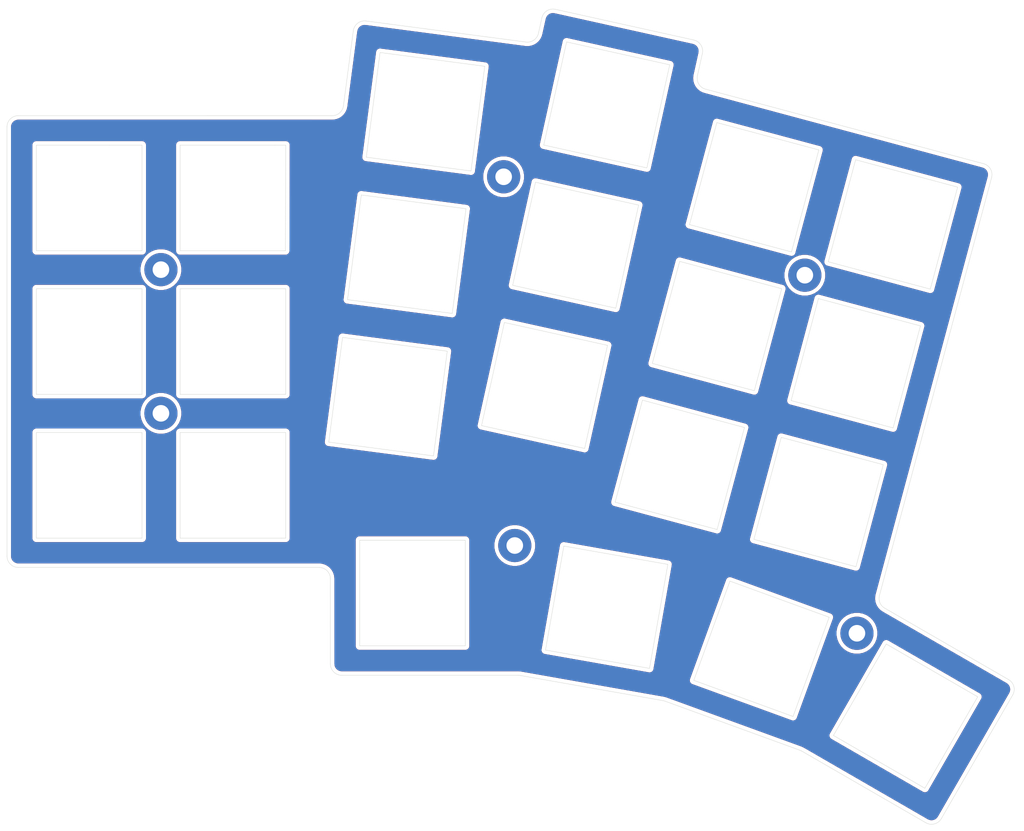
<source format=kicad_pcb>
(kicad_pcb (version 20171130) (host pcbnew "(5.1.2)-1")

  (general
    (thickness 1.38)
    (drawings 133)
    (tracks 0)
    (zones 0)
    (modules 6)
    (nets 1)
  )

  (page A4)
  (layers
    (0 F.Cu signal)
    (31 B.Cu signal)
    (32 B.Adhes user)
    (33 F.Adhes user)
    (34 B.Paste user)
    (35 F.Paste user)
    (36 B.SilkS user)
    (37 F.SilkS user)
    (38 B.Mask user)
    (39 F.Mask user)
    (40 Dwgs.User user)
    (41 Cmts.User user)
    (42 Eco1.User user hide)
    (43 Eco2.User user)
    (44 Edge.Cuts user)
    (45 Margin user)
    (46 B.CrtYd user)
    (47 F.CrtYd user)
    (48 B.Fab user)
    (49 F.Fab user)
  )

  (setup
    (last_trace_width 0.25)
    (trace_clearance 0.2)
    (zone_clearance 0.508)
    (zone_45_only no)
    (trace_min 0.2)
    (via_size 0.8)
    (via_drill 0.4)
    (via_min_size 0.4)
    (via_min_drill 0.3)
    (uvia_size 0.3)
    (uvia_drill 0.1)
    (uvias_allowed no)
    (uvia_min_size 0.2)
    (uvia_min_drill 0.1)
    (edge_width 0.05)
    (segment_width 0.2)
    (pcb_text_width 0.3)
    (pcb_text_size 1.5 1.5)
    (mod_edge_width 0.12)
    (mod_text_size 1 1)
    (mod_text_width 0.15)
    (pad_size 1.524 1.524)
    (pad_drill 0.762)
    (pad_to_mask_clearance 0.051)
    (solder_mask_min_width 0.25)
    (aux_axis_origin 0 0)
    (grid_origin 88.03434 69.08292)
    (visible_elements 7EFFFE7F)
    (pcbplotparams
      (layerselection 0x010fc_ffffffff)
      (usegerberextensions false)
      (usegerberattributes false)
      (usegerberadvancedattributes false)
      (creategerberjobfile false)
      (excludeedgelayer true)
      (linewidth 0.100000)
      (plotframeref false)
      (viasonmask false)
      (mode 1)
      (useauxorigin false)
      (hpglpennumber 1)
      (hpglpenspeed 20)
      (hpglpendiameter 15.000000)
      (psnegative false)
      (psa4output false)
      (plotreference true)
      (plotvalue true)
      (plotinvisibletext false)
      (padsonsilk false)
      (subtractmaskfromsilk false)
      (outputformat 1)
      (mirror false)
      (drillshape 1)
      (scaleselection 1)
      (outputdirectory ""))
  )

  (net 0 "")

  (net_class Default "これはデフォルトのネット クラスです。"
    (clearance 0.2)
    (trace_width 0.25)
    (via_dia 0.8)
    (via_drill 0.4)
    (uvia_dia 0.3)
    (uvia_drill 0.1)
  )

  (net_class GND ""
    (clearance 0.2)
    (trace_width 0.5)
    (via_dia 0.8)
    (via_drill 0.4)
    (uvia_dia 0.3)
    (uvia_drill 0.1)
  )

  (net_class VCC ""
    (clearance 0.2)
    (trace_width 0.5)
    (via_dia 0.8)
    (via_drill 0.4)
    (uvia_dia 0.3)
    (uvia_drill 0.1)
  )

  (module Mounting_Holes:MountingHole_2.2mm_M2_Pad (layer F.Cu) (tedit 56D1B4CB) (tstamp 5CDEA861)
    (at 104.54434 85.59292)
    (descr "Mounting Hole 2.2mm, M2")
    (tags "mounting hole 2.2mm m2")
    (attr virtual)
    (fp_text reference REF** (at 0 -3.2) (layer F.SilkS) hide
      (effects (font (size 1 1) (thickness 0.15)))
    )
    (fp_text value MountingHole_2.2mm_M2_Pad (at 0 3.2) (layer F.Fab)
      (effects (font (size 1 1) (thickness 0.15)))
    )
    (fp_text user %R (at 0.3 0) (layer F.Fab)
      (effects (font (size 1 1) (thickness 0.15)))
    )
    (fp_circle (center 0 0) (end 2.2 0) (layer Cmts.User) (width 0.15))
    (fp_circle (center 0 0) (end 2.45 0) (layer F.CrtYd) (width 0.05))
    (pad 1 thru_hole circle (at 0 0) (size 4.4 4.4) (drill 2.2) (layers *.Cu *.Mask))
  )

  (module Mounting_Holes:MountingHole_2.2mm_M2_Pad (layer F.Cu) (tedit 56D1B4CB) (tstamp 5CDEA84F)
    (at 104.54434 104.64292)
    (descr "Mounting Hole 2.2mm, M2")
    (tags "mounting hole 2.2mm m2")
    (attr virtual)
    (fp_text reference REF** (at 0 -3.2) (layer F.SilkS) hide
      (effects (font (size 1 1) (thickness 0.15)))
    )
    (fp_text value MountingHole_2.2mm_M2_Pad (at 0 3.2) (layer F.Fab)
      (effects (font (size 1 1) (thickness 0.15)))
    )
    (fp_text user %R (at 0.3 0) (layer F.Fab)
      (effects (font (size 1 1) (thickness 0.15)))
    )
    (fp_circle (center 0 0) (end 2.2 0) (layer Cmts.User) (width 0.15))
    (fp_circle (center 0 0) (end 2.45 0) (layer F.CrtYd) (width 0.05))
    (pad 1 thru_hole circle (at 0 0) (size 4.4 4.4) (drill 2.2) (layers *.Cu *.Mask))
  )

  (module Mounting_Holes:MountingHole_2.2mm_M2_Pad (layer F.Cu) (tedit 56D1B4CB) (tstamp 5CDEA846)
    (at 151.45814 122.16892)
    (descr "Mounting Hole 2.2mm, M2")
    (tags "mounting hole 2.2mm m2")
    (attr virtual)
    (fp_text reference REF** (at 0 -3.2) (layer F.SilkS) hide
      (effects (font (size 1 1) (thickness 0.15)))
    )
    (fp_text value MountingHole_2.2mm_M2_Pad (at 0 3.2) (layer F.Fab)
      (effects (font (size 1 1) (thickness 0.15)))
    )
    (fp_text user %R (at 0.3 0) (layer F.Fab)
      (effects (font (size 1 1) (thickness 0.15)))
    )
    (fp_circle (center 0 0) (end 2.2 0) (layer Cmts.User) (width 0.15))
    (fp_circle (center 0 0) (end 2.45 0) (layer F.CrtYd) (width 0.05))
    (pad 1 thru_hole circle (at 0 0) (size 4.4 4.4) (drill 2.2) (layers *.Cu *.Mask))
  )

  (module Mounting_Holes:MountingHole_2.2mm_M2_Pad (layer F.Cu) (tedit 56D1B4CB) (tstamp 5CDEA82B)
    (at 196.82254 133.80212)
    (descr "Mounting Hole 2.2mm, M2")
    (tags "mounting hole 2.2mm m2")
    (attr virtual)
    (fp_text reference REF** (at 0 -3.2) (layer F.SilkS) hide
      (effects (font (size 1 1) (thickness 0.15)))
    )
    (fp_text value MountingHole_2.2mm_M2_Pad (at 0 3.2) (layer F.Fab)
      (effects (font (size 1 1) (thickness 0.15)))
    )
    (fp_text user %R (at 0.3 0) (layer F.Fab)
      (effects (font (size 1 1) (thickness 0.15)))
    )
    (fp_circle (center 0 0) (end 2.2 0) (layer Cmts.User) (width 0.15))
    (fp_circle (center 0 0) (end 2.45 0) (layer F.CrtYd) (width 0.05))
    (pad 1 thru_hole circle (at 0 0) (size 4.4 4.4) (drill 2.2) (layers *.Cu *.Mask))
  )

  (module Mounting_Holes:MountingHole_2.2mm_M2_Pad (layer F.Cu) (tedit 56D1B4CB) (tstamp 5CDEA822)
    (at 189.91374 86.32952)
    (descr "Mounting Hole 2.2mm, M2")
    (tags "mounting hole 2.2mm m2")
    (attr virtual)
    (fp_text reference REF** (at 0 -3.2) (layer F.SilkS) hide
      (effects (font (size 1 1) (thickness 0.15)))
    )
    (fp_text value MountingHole_2.2mm_M2_Pad (at 0 3.2) (layer F.Fab)
      (effects (font (size 1 1) (thickness 0.15)))
    )
    (fp_text user %R (at 0.3 0) (layer F.Fab)
      (effects (font (size 1 1) (thickness 0.15)))
    )
    (fp_circle (center 0 0) (end 2.2 0) (layer Cmts.User) (width 0.15))
    (fp_circle (center 0 0) (end 2.45 0) (layer F.CrtYd) (width 0.05))
    (pad 1 thru_hole circle (at 0 0) (size 4.4 4.4) (drill 2.2) (layers *.Cu *.Mask))
  )

  (module Mounting_Holes:MountingHole_2.2mm_M2_Pad (layer F.Cu) (tedit 56D1B4CB) (tstamp 5CDEA819)
    (at 149.98314 73.27974)
    (descr "Mounting Hole 2.2mm, M2")
    (tags "mounting hole 2.2mm m2")
    (attr virtual)
    (fp_text reference REF** (at 0 -3.2) (layer F.SilkS) hide
      (effects (font (size 1 1) (thickness 0.15)))
    )
    (fp_text value MountingHole_2.2mm_M2_Pad (at 0 3.2) (layer F.Fab)
      (effects (font (size 1 1) (thickness 0.15)))
    )
    (fp_text user %R (at 0.3 0) (layer F.Fab)
      (effects (font (size 1 1) (thickness 0.15)))
    )
    (fp_circle (center 0 0) (end 2.2 0) (layer Cmts.User) (width 0.15))
    (fp_circle (center 0 0) (end 2.45 0) (layer F.CrtYd) (width 0.05))
    (pad 1 thru_hole circle (at 0 0) (size 4.4 4.4) (drill 2.2) (layers *.Cu *.Mask))
  )

  (gr_line (start 183.16404 121.35162) (end 196.69104 124.97772) (layer Edge.Cuts) (width 0.05) (tstamp 5CDEB35C))
  (gr_line (start 183.16404 121.35162) (end 186.78754 107.82872) (layer Edge.Cuts) (width 0.05) (tstamp 5CDEB354))
  (gr_line (start 186.78754 107.82872) (end 200.31054 111.45222) (layer Edge.Cuts) (width 0.05) (tstamp 5CDEB347))
  (gr_line (start 200.31054 111.45222) (end 196.69104 124.97772) (layer Edge.Cuts) (width 0.05))
  (gr_line (start 178.28614 120.04462) (end 164.76314 116.42112) (layer Edge.Cuts) (width 0.05) (tstamp 5CDEB31C))
  (gr_line (start 178.28614 120.04462) (end 181.90964 106.52172) (layer Edge.Cuts) (width 0.05) (tstamp 5CDEB313))
  (gr_line (start 181.90964 106.52172) (end 168.38664 102.89822) (layer Edge.Cuts) (width 0.05) (tstamp 5CDEB302))
  (gr_line (start 164.76314 116.42112) (end 168.38664 102.89822) (layer Edge.Cuts) (width 0.05) (tstamp 5CDEB2F4))
  (gr_line (start 188.09454 102.95082) (end 191.71554 89.43182) (layer Edge.Cuts) (width 0.05) (tstamp 5CDEB2D8))
  (gr_line (start 188.09454 102.95082) (end 201.61754 106.57422) (layer Edge.Cuts) (width 0.05) (tstamp 5CDEB2CF))
  (gr_line (start 201.61754 106.57422) (end 205.24104 93.05132) (layer Edge.Cuts) (width 0.05) (tstamp 5CDEB2BE))
  (gr_line (start 205.24104 93.05132) (end 191.71554 89.43182) (layer Edge.Cuts) (width 0.05))
  (gr_line (start 183.21664 101.64372) (end 169.69364 98.02032) (layer Edge.Cuts) (width 0.05) (tstamp 5CDEB27A))
  (gr_line (start 183.21664 101.64372) (end 186.84014 88.12082) (layer Edge.Cuts) (width 0.05) (tstamp 5CDEB272))
  (gr_line (start 186.84014 88.12082) (end 173.31714 84.49732) (layer Edge.Cuts) (width 0.05) (tstamp 5CDEB263))
  (gr_line (start 169.69364 98.02032) (end 173.31714 84.49732) (layer Edge.Cuts) (width 0.05) (tstamp 5CDEB252))
  (gr_line (start 206.54804 88.17332) (end 193.02504 84.54992) (layer Edge.Cuts) (width 0.05) (tstamp 5CDEB22C))
  (gr_line (start 206.54804 88.17332) (end 210.17124 74.65132) (layer Edge.Cuts) (width 0.05) (tstamp 5CDEB225))
  (gr_line (start 210.17124 74.65132) (end 196.64824 71.02792) (layer Edge.Cuts) (width 0.05) (tstamp 5CDEB21A))
  (gr_line (start 193.02504 84.54992) (end 196.64824 71.02792) (layer Edge.Cuts) (width 0.05) (tstamp 5CDEB207))
  (gr_line (start 191.77034 69.72082) (end 188.14714 83.24282) (layer Edge.Cuts) (width 0.05) (tstamp 5CDEB1EE))
  (gr_line (start 188.14714 83.24282) (end 174.62414 79.61942) (layer Edge.Cuts) (width 0.05) (tstamp 5CDEB1D7))
  (gr_line (start 174.62414 79.61942) (end 178.24734 66.09742) (layer Edge.Cuts) (width 0.05) (tstamp 5CDEB1C8))
  (gr_line (start 191.77034 69.72082) (end 178.24734 66.09742) (layer Edge.Cuts) (width 0.05) (tstamp 5CDEB1A7))
  (gr_line (start 171.99914 58.43492) (end 168.96914 72.10202) (layer Edge.Cuts) (width 0.05) (tstamp 5CDEB17F))
  (gr_line (start 171.99914 58.43492) (end 158.33094 55.40472) (layer Edge.Cuts) (width 0.05) (tstamp 5CDEB176))
  (gr_line (start 158.33094 55.40472) (end 155.30104 69.07192) (layer Edge.Cuts) (width 0.05) (tstamp 5CDEB169))
  (gr_line (start 168.96914 72.10202) (end 155.30104 69.07192) (layer Edge.Cuts) (width 0.05) (tstamp 5CDEB156))
  (gr_line (start 167.87614 77.03232) (end 164.84604 90.70052) (layer Edge.Cuts) (width 0.05) (tstamp 5CDEB13F))
  (gr_line (start 167.87614 77.03232) (end 154.20804 74.00222) (layer Edge.Cuts) (width 0.05) (tstamp 5CDEB133))
  (gr_line (start 154.20804 74.00222) (end 151.17784 87.67032) (layer Edge.Cuts) (width 0.05) (tstamp 5CDEB124))
  (gr_line (start 164.84604 90.70052) (end 151.17784 87.67032) (layer Edge.Cuts) (width 0.05) (tstamp 5CDEB118))
  (gr_line (start 163.75294 95.630821) (end 150.08484 92.60062) (layer Edge.Cuts) (width 0.05) (tstamp 5CDEB0F8))
  (gr_line (start 163.75294 95.630821) (end 160.72284 109.29892) (layer Edge.Cuts) (width 0.05) (tstamp 5CDEB0F3))
  (gr_line (start 160.72284 109.29892) (end 147.05464 106.26882) (layer Edge.Cuts) (width 0.05) (tstamp 5CDEB0E3))
  (gr_line (start 150.08484 92.60062) (end 147.05464 106.26882) (layer Edge.Cuts) (width 0.05) (tstamp 5CDEB0D1))
  (gr_line (start 205.83164 154.35052) (end 212.83164 142.22622) (layer Edge.Cuts) (width 0.05) (tstamp 5CDEB086))
  (gr_line (start 205.83164 154.35052) (end 193.70724 147.35052) (layer Edge.Cuts) (width 0.05) (tstamp 5CDEB07F))
  (gr_line (start 200.70724 135.22622) (end 193.70724 147.35052) (layer Edge.Cuts) (width 0.05))
  (gr_line (start 212.83164 142.22622) (end 200.70724 135.22622) (layer Edge.Cuts) (width 0.05) (tstamp 5CDEB060))
  (gr_line (start 188.35004 144.83292) (end 175.19434 140.04462) (layer Edge.Cuts) (width 0.05) (tstamp 5CDEB03D))
  (gr_line (start 188.35004 144.83292) (end 193.13834 131.67722) (layer Edge.Cuts) (width 0.05) (tstamp 5CDEB034))
  (gr_line (start 193.13834 131.67722) (end 179.98264 126.88892) (layer Edge.Cuts) (width 0.05) (tstamp 5CDEB026))
  (gr_line (start 175.19434 140.04462) (end 179.98264 126.88892) (layer Edge.Cuts) (width 0.05) (tstamp 5CDEB01A))
  (gr_line (start 169.32064 138.45752) (end 171.75164 124.67022) (layer Edge.Cuts) (width 0.05) (tstamp 5CDEAFF4))
  (gr_line (start 169.32064 138.45752) (end 155.53324 136.02642) (layer Edge.Cuts) (width 0.05) (tstamp 5CDEAFE3))
  (gr_line (start 155.53324 136.02642) (end 157.96434 122.23912) (layer Edge.Cuts) (width 0.05) (tstamp 5CDEAFD7))
  (gr_line (start 171.75164 124.67022) (end 157.96434 122.23912) (layer Edge.Cuts) (width 0.05) (tstamp 5CDEAFC3))
  (gr_line (start 144.89734 135.47092) (end 130.89734 135.47092) (layer Edge.Cuts) (width 0.05) (tstamp 5CDEAF22))
  (gr_line (start 144.89734 135.47092) (end 144.89734 121.47092) (layer Edge.Cuts) (width 0.05) (tstamp 5CDEAF1C))
  (gr_line (start 130.89734 135.47092) (end 130.89734 121.47092) (layer Edge.Cuts) (width 0.05) (tstamp 5CDEAF11))
  (gr_line (start 144.89734 121.47092) (end 130.89734 121.47092) (layer Edge.Cuts) (width 0.05) (tstamp 5CDEAF03))
  (gr_line (start 140.67904 110.28592) (end 142.50634 96.40562) (layer Edge.Cuts) (width 0.05) (tstamp 5CDEAEEB))
  (gr_line (start 140.67904 110.28592) (end 126.79884 108.45852) (layer Edge.Cuts) (width 0.05) (tstamp 5CDEAEE1))
  (gr_line (start 126.79884 108.45852) (end 128.62614 94.57832) (layer Edge.Cuts) (width 0.05) (tstamp 5CDEAED0))
  (gr_line (start 142.50634 96.40562) (end 128.62614 94.57832) (layer Edge.Cuts) (width 0.05) (tstamp 5CDEAEBA))
  (gr_line (start 143.16554 91.39882) (end 129.28534 89.57152) (layer Edge.Cuts) (width 0.05) (tstamp 5CDEAE9B))
  (gr_line (start 144.99294 77.51862) (end 143.16554 91.39882) (layer Edge.Cuts) (width 0.05))
  (gr_line (start 129.28534 89.57152) (end 131.11264 75.69122) (layer Edge.Cuts) (width 0.05) (tstamp 5CDEAE89))
  (gr_line (start 144.99294 77.51862) (end 131.11264 75.69122) (layer Edge.Cuts) (width 0.05) (tstamp 5CDEAE70))
  (gr_line (start 145.65204 72.51182) (end 147.47944 58.63162) (layer Edge.Cuts) (width 0.05) (tstamp 5CDEAE27))
  (gr_line (start 145.65204 72.51182) (end 131.77184 70.68442) (layer Edge.Cuts) (width 0.05) (tstamp 5CDEAE1F))
  (gr_line (start 131.77184 70.68442) (end 133.59924 56.80422) (layer Edge.Cuts) (width 0.05) (tstamp 5CDEAE05))
  (gr_line (start 147.47944 58.63162) (end 133.59924 56.80422) (layer Edge.Cuts) (width 0.05) (tstamp 5CDEADF1))
  (gr_line (start 107.08434 107.18392) (end 107.08434 121.18392) (layer Edge.Cuts) (width 0.05) (tstamp 5CDEAD6E))
  (gr_line (start 107.08434 107.18392) (end 121.08434 107.18392) (layer Edge.Cuts) (width 0.05) (tstamp 5CDEAD67))
  (gr_line (start 121.08434 107.18392) (end 121.08434 121.18392) (layer Edge.Cuts) (width 0.05) (tstamp 5CDEAD57))
  (gr_line (start 121.08434 121.18392) (end 120.54634 121.18392) (layer Edge.Cuts) (width 0.05) (tstamp 5CDEAD46))
  (gr_line (start 107.08434 121.18392) (end 120.54634 121.18392) (layer Edge.Cuts) (width 0.05))
  (gr_line (start 121.08434 69.08292) (end 121.05434 83.08292) (layer Edge.Cuts) (width 0.05) (tstamp 5CDEAD05))
  (gr_line (start 107.08434 83.08292) (end 121.05434 83.08292) (layer Edge.Cuts) (width 0.05))
  (gr_line (start 102.03434 102.13292) (end 102.03434 88.13292) (layer Edge.Cuts) (width 0.05) (tstamp 5CDEACB5))
  (gr_line (start 102.03434 107.18392) (end 88.03434 107.18392) (layer Edge.Cuts) (width 0.05) (tstamp 5CDEAC32))
  (gr_line (start 102.03434 107.34092) (end 102.03434 107.18392) (layer Edge.Cuts) (width 0.05))
  (gr_line (start 102.03434 121.18392) (end 102.03434 107.34092) (layer Edge.Cuts) (width 0.05))
  (gr_line (start 102.03434 121.18392) (end 101.87734 121.18392) (layer Edge.Cuts) (width 0.05) (tstamp 5CDEAC22))
  (gr_line (start 88.03434 121.18392) (end 101.87734 121.18392) (layer Edge.Cuts) (width 0.05))
  (gr_line (start 88.03434 121.18392) (end 88.03434 121.02692) (layer Edge.Cuts) (width 0.05) (tstamp 5CDEAC15))
  (gr_line (start 88.03434 107.18392) (end 88.03434 121.02692) (layer Edge.Cuts) (width 0.05))
  (gr_line (start 107.08434 88.13292) (end 107.08434 102.13292) (layer Edge.Cuts) (width 0.05) (tstamp 5CDEABF5))
  (gr_line (start 107.24134 88.13292) (end 107.08434 88.13292) (layer Edge.Cuts) (width 0.05))
  (gr_line (start 121.08434 88.13292) (end 107.24134 88.13292) (layer Edge.Cuts) (width 0.05))
  (gr_line (start 121.08434 88.28992) (end 121.08434 88.13292) (layer Edge.Cuts) (width 0.05))
  (gr_line (start 121.08434 102.13292) (end 121.08434 88.28992) (layer Edge.Cuts) (width 0.05))
  (gr_line (start 121.08434 102.13292) (end 120.92734 102.13292) (layer Edge.Cuts) (width 0.05) (tstamp 5CDEABDA))
  (gr_line (start 107.08434 102.13292) (end 120.92734 102.13292) (layer Edge.Cuts) (width 0.05))
  (gr_line (start 88.03434 88.13292) (end 88.03434 102.13292) (layer Edge.Cuts) (width 0.05) (tstamp 5CDEABC6))
  (gr_line (start 88.19134 88.13292) (end 88.03434 88.13292) (layer Edge.Cuts) (width 0.05))
  (gr_line (start 102.03434 88.13292) (end 88.19134 88.13292) (layer Edge.Cuts) (width 0.05))
  (gr_line (start 102.03434 102.13292) (end 101.75034 102.13292) (layer Edge.Cuts) (width 0.05) (tstamp 5CDEABAC))
  (gr_line (start 88.03434 102.13292) (end 101.75034 102.13292) (layer Edge.Cuts) (width 0.05))
  (gr_line (start 107.08434 83.08292) (end 107.08434 69.08292) (layer Edge.Cuts) (width 0.05) (tstamp 5CDEAB83))
  (gr_line (start 121.08434 69.08292) (end 119.65734 69.08292) (layer Edge.Cuts) (width 0.05) (tstamp 5CDEAB54))
  (gr_line (start 107.08434 69.08292) (end 119.65734 69.08292) (layer Edge.Cuts) (width 0.05))
  (gr_line (start 88.03434 83.08292) (end 88.03434 69.08292) (layer Edge.Cuts) (width 0.05) (tstamp 5CDEAB36))
  (gr_line (start 88.03434 83.08292) (end 102.03434 83.08292) (layer Edge.Cuts) (width 0.05) (tstamp 5CDEAB2A))
  (gr_line (start 102.03434 83.08292) (end 102.03434 69.08292) (layer Edge.Cuts) (width 0.05) (tstamp 5CDEAB14))
  (gr_line (start 102.03434 69.08292) (end 97.68634 69.08292) (layer Edge.Cuts) (width 0.05) (tstamp 5CDEAAF7))
  (gr_line (start 88.03434 69.08292) (end 97.68634 69.08292) (layer Edge.Cuts) (width 0.05))
  (gr_line (start 217.472832 141.988591) (end 208.01198 158.37482) (layer Edge.Cuts) (width 0.05) (tstamp 5CDEAA75))
  (gr_line (start 200.504803 130.47218) (end 216.92664 139.94384) (layer Edge.Cuts) (width 0.05) (tstamp 5CDEAA6B))
  (gr_arc (start 216.177433 141.239292) (end 217.472832 141.988591) (angle -90.00407075) (layer Edge.Cuts) (width 0.05))
  (gr_line (start 214.67717 73.385938) (end 199.80704 128.790308) (layer Edge.Cuts) (width 0.05) (tstamp 5CDEA973))
  (gr_line (start 213.61702 71.54926) (end 176.812558 61.677186) (layer Edge.Cuts) (width 0.05) (tstamp 5CDEA96C))
  (gr_arc (start 201.252299 129.176387) (end 199.80704 128.790308) (angle -74.97736093) (layer Edge.Cuts) (width 0.05))
  (gr_arc (start 213.229371 72.997319) (end 214.67717 73.385938) (angle -90.03838668) (layer Edge.Cuts) (width 0.05))
  (gr_arc (start 85.63732 123.571635) (end 84.136075 123.571635) (angle -90) (layer Edge.Cuts) (width 0.05))
  (gr_line (start 125.51278 125.07288) (end 85.63732 125.07288) (layer Edge.Cuts) (width 0.05) (tstamp 5CDD56D3))
  (gr_line (start 84.136075 123.571635) (end 84.13364 66.67574) (layer Edge.Cuts) (width 0.05) (tstamp 5CDD56D4))
  (gr_line (start 127.013912 137.869392) (end 127.010296 126.570396) (layer Edge.Cuts) (width 0.05) (tstamp 5CDD56D2))
  (gr_line (start 151.911 139.372968) (end 128.5176 139.37308) (layer Edge.Cuts) (width 0.05) (tstamp 5CDD56D1))
  (gr_line (start 171.127428 142.737042) (end 152.17262 139.39594) (layer Edge.Cuts) (width 0.05) (tstamp 5CDD56D0))
  (gr_line (start 189.269611 149.31377) (end 171.3801 142.80462) (layer Edge.Cuts) (width 0.05) (tstamp 5CDD56CF))
  (gr_line (start 205.957161 158.925932) (end 189.50554 149.42386) (layer Edge.Cuts) (width 0.05) (tstamp 5CDD56CE))
  (gr_line (start 176.32802 56.93738) (end 175.68794 59.82282) (layer Edge.Cuts) (width 0.05) (tstamp 5CDD56CA))
  (gr_line (start 156.830911 51.0776) (end 175.188326 55.146852) (layer Edge.Cuts) (width 0.05) (tstamp 5CDD56C9))
  (gr_line (start 154.611188 54.185594) (end 155.0479 52.215215) (layer Edge.Cuts) (width 0.05) (tstamp 5CDD56C8))
  (gr_line (start 131.735665 52.625321) (end 152.93462 55.41592) (layer Edge.Cuts) (width 0.05) (tstamp 5CDD56C7))
  (gr_line (start 127.25776 65.17714) (end 85.632724 65.176656) (layer Edge.Cuts) (width 0.05) (tstamp 5CDD525C))
  (gr_line (start 128.741063 63.876551) (end 130.05176 53.91732) (layer Edge.Cuts) (width 0.05) (tstamp 5CDD525B))
  (gr_arc (start 127.25776 63.681003) (end 127.25776 65.17714) (angle -82.48984582) (layer Edge.Cuts) (width 0.05))
  (gr_arc (start 131.540086 54.11376) (end 131.735665 52.625321) (angle -89.96686976) (layer Edge.Cuts) (width 0.05))
  (gr_arc (start 153.130199 53.924941) (end 152.93462 55.41592) (angle -87.49130295) (layer Edge.Cuts) (width 0.05))
  (gr_arc (start 177.138279 60.211439) (end 175.68794 59.82282) (angle -92.47128695) (layer Edge.Cuts) (width 0.05))
  (gr_arc (start 156.508332 52.538099) (end 156.830911 51.0776) (angle -89.98804352) (layer Edge.Cuts) (width 0.05))
  (gr_arc (start 174.862441 56.612261) (end 176.32802 56.93738) (angle -89.97003585) (layer Edge.Cuts) (width 0.05))
  (gr_arc (start 206.709 157.622913) (end 205.957161 158.925932) (angle -89.99700754) (layer Edge.Cuts) (width 0.05))
  (gr_arc (start 188.756241 150.721799) (end 189.50554 149.42386) (angle -9.965869487) (layer Edge.Cuts) (width 0.05))
  (gr_arc (start 170.867021 144.216859) (end 171.3801 142.80462) (angle -9.986231884) (layer Edge.Cuts) (width 0.05))
  (gr_arc (start 151.911001 140.874219) (end 152.17262 139.39594) (angle -10.03605771) (layer Edge.Cuts) (width 0.05))
  (gr_arc (start 128.5176 137.869392) (end 127.013912 137.869392) (angle -90) (layer Edge.Cuts) (width 0.05))
  (gr_arc (start 125.51278 126.570396) (end 127.010296 126.570396) (angle -90) (layer Edge.Cuts) (width 0.05))
  (gr_arc (start 85.632724 66.67574) (end 85.632724 65.176656) (angle -90) (layer Edge.Cuts) (width 0.05))

  (zone (net 0) (net_name "") (layer F.Cu) (tstamp 0) (hatch edge 0.508)
    (connect_pads (clearance 0.508))
    (min_thickness 0.254)
    (fill yes (arc_segments 32) (thermal_gap 0.508) (thermal_bridge_width 0.508))
    (polygon
      (pts
        (xy 83.90684 125.15342) (xy 126.13434 125.85192) (xy 126.70584 139.50442) (xy 151.91534 139.75842) (xy 171.15584 143.25092)
        (xy 189.25334 149.72792) (xy 207.16034 160.01492) (xy 218.97134 140.20292) (xy 200.61984 129.72542) (xy 215.60584 71.43242)
        (xy 176.80734 60.70092) (xy 177.37884 54.66842) (xy 155.47134 49.84242) (xy 153.24884 54.03342) (xy 129.81734 52.12842)
        (xy 126.95984 63.68542) (xy 83.20834 64.70142)
      )
    )
    (filled_polygon
      (pts
        (xy 156.712523 51.727378) (xy 175.01375 55.784174) (xy 175.199794 55.845118) (xy 175.342375 55.925254) (xy 175.466676 56.031559)
        (xy 175.567963 56.159983) (xy 175.642372 56.305628) (xy 175.687077 56.462958) (xy 175.700372 56.625975) (xy 175.678265 56.818872)
        (xy 175.044935 59.673887) (xy 175.028703 59.741165) (xy 175.023725 59.77675) (xy 175.015686 59.811767) (xy 175.014574 59.820915)
        (xy 174.981254 60.112055) (xy 174.980285 60.17186) (xy 174.97848 60.23166) (xy 174.979166 60.24085) (xy 175.003031 60.532918)
        (xy 175.013694 60.59176) (xy 175.023541 60.650783) (xy 175.025999 60.659664) (xy 175.106139 60.941534) (xy 175.128041 60.997216)
        (xy 175.14915 61.053167) (xy 175.153287 61.061402) (xy 175.286649 61.322339) (xy 175.318927 61.372673) (xy 175.350526 61.423496)
        (xy 175.356183 61.43077) (xy 175.537689 61.660834) (xy 175.579145 61.703956) (xy 175.619997 61.747656) (xy 175.62696 61.753693)
        (xy 175.849695 61.94412) (xy 175.898725 61.97836) (xy 175.947298 62.013301) (xy 175.955299 62.017869) (xy 175.955302 62.017871)
        (xy 175.955306 62.017873) (xy 176.210781 62.161408) (xy 176.265535 62.185476) (xy 176.319964 62.210314) (xy 176.328702 62.213242)
        (xy 176.593463 62.299926) (xy 176.610259 62.306253) (xy 213.415 72.178402) (xy 213.59825 72.247233) (xy 213.736913 72.333163)
        (xy 213.856251 72.444397) (xy 213.951707 72.576686) (xy 214.019652 72.724999) (xy 214.057494 72.883683) (xy 214.063794 73.046703)
        (xy 214.033575 73.237784) (xy 199.161197 128.650535) (xy 199.157479 128.672993) (xy 199.120364 128.862739) (xy 199.115599 128.912523)
        (xy 199.108658 128.962039) (xy 199.10834 128.971249) (xy 199.100294 129.263094) (xy 199.104486 129.322734) (xy 199.107849 129.382493)
        (xy 199.109326 129.39159) (xy 199.158121 129.679439) (xy 199.173818 129.737127) (xy 199.188723 129.795092) (xy 199.191939 129.803728)
        (xy 199.295714 130.076619) (xy 199.322319 130.130166) (xy 199.348197 130.184127) (xy 199.353026 130.191969) (xy 199.353029 130.191974)
        (xy 199.353032 130.191978) (xy 199.507832 130.43951) (xy 199.544346 130.486889) (xy 199.580198 130.534777) (xy 199.586462 130.541536)
        (xy 199.786397 130.754289) (xy 199.831402 130.793658) (xy 199.875888 130.833685) (xy 199.883346 130.839099) (xy 200.120797 131.008966)
        (xy 200.120806 131.008971) (xy 200.146969 131.027702) (xy 216.568591 140.499239) (xy 216.726806 140.612686) (xy 216.838048 140.731324)
        (xy 216.924132 140.869312) (xy 216.981775 141.021399) (xy 217.008779 141.181773) (xy 217.004118 141.34435) (xy 216.967969 141.502917)
        (xy 216.889225 141.679428) (xy 207.456515 158.016917) (xy 207.342049 158.176873) (xy 207.222399 158.28928) (xy 207.083191 158.376307)
        (xy 206.929728 158.434639) (xy 206.767858 158.462053) (xy 206.603746 158.457504) (xy 206.443643 158.421165) (xy 206.265894 158.342072)
        (xy 189.807564 148.836125) (xy 189.781401 148.824265) (xy 189.551828 148.717142) (xy 189.525745 148.704634) (xy 185.923352 147.393893)
        (xy 193.045467 147.393893) (xy 193.066645 147.522165) (xy 193.066646 147.522167) (xy 193.112441 147.643844) (xy 193.181095 147.754246)
        (xy 193.269967 147.849135) (xy 193.323469 147.887473) (xy 193.375643 147.924861) (xy 193.405322 147.938308) (xy 205.473568 154.905889)
        (xy 205.500043 154.924861) (xy 205.618463 154.978517) (xy 205.745075 155.008038) (xy 205.875013 155.012293) (xy 206.003285 154.991115)
        (xy 206.124961 154.94532) (xy 206.235364 154.876666) (xy 206.235366 154.876665) (xy 206.330255 154.787792) (xy 206.405982 154.682115)
        (xy 206.419426 154.652444) (xy 213.387009 142.584291) (xy 213.405982 142.557815) (xy 213.419425 142.528146) (xy 213.459637 142.439398)
        (xy 213.489158 142.312785) (xy 213.493413 142.182847) (xy 213.472235 142.054575) (xy 213.472234 142.054573) (xy 213.472234 142.054571)
        (xy 213.438263 141.964312) (xy 213.42644 141.932898) (xy 213.357787 141.822495) (xy 213.268915 141.727606) (xy 213.237692 141.705232)
        (xy 213.189714 141.670851) (xy 213.189707 141.670847) (xy 213.163237 141.651879) (xy 213.133574 141.638439) (xy 201.065319 134.670856)
        (xy 201.038837 134.651879) (xy 200.920417 134.598223) (xy 200.920415 134.598222) (xy 200.793802 134.568701) (xy 200.733232 134.566718)
        (xy 200.663866 134.564447) (xy 200.535594 134.585625) (xy 200.413918 134.63142) (xy 200.413917 134.631421) (xy 200.413916 134.631421)
        (xy 200.397328 134.641736) (xy 200.303515 134.700073) (xy 200.208626 134.788945) (xy 200.151873 134.868144) (xy 200.15187 134.86815)
        (xy 200.132898 134.894625) (xy 200.119456 134.924291) (xy 193.151874 146.992443) (xy 193.132898 147.018925) (xy 193.079242 147.137345)
        (xy 193.049721 147.263958) (xy 193.047771 147.323519) (xy 193.045467 147.393893) (xy 185.923352 147.393893) (xy 171.575303 142.173315)
        (xy 171.547354 142.166155) (xy 171.301569 142.100419) (xy 171.273924 142.092689) (xy 159.818883 140.073547) (xy 174.531779 140.073547)
        (xy 174.550153 140.20225) (xy 174.593284 140.324896) (xy 174.659512 140.436772) (xy 174.746293 140.533576) (xy 174.850293 140.611591)
        (xy 174.967514 140.667817) (xy 174.999078 140.675906) (xy 188.09384 145.442028) (xy 188.123214 145.456117) (xy 188.201788 145.476255)
        (xy 188.249152 145.488394) (xy 188.378967 145.495481) (xy 188.50767 145.477107) (xy 188.630316 145.433976) (xy 188.742192 145.367748)
        (xy 188.838996 145.280967) (xy 188.917011 145.176967) (xy 188.959148 145.089117) (xy 188.973237 145.059745) (xy 188.981326 145.028184)
        (xy 193.168923 133.522897) (xy 193.98754 133.522897) (xy 193.98754 134.081343) (xy 194.096488 134.629059) (xy 194.310196 135.144996)
        (xy 194.620452 135.609327) (xy 195.015333 136.004208) (xy 195.479664 136.314464) (xy 195.995601 136.528172) (xy 196.543317 136.63712)
        (xy 197.101763 136.63712) (xy 197.649479 136.528172) (xy 198.165416 136.314464) (xy 198.629747 136.004208) (xy 199.024628 135.609327)
        (xy 199.334884 135.144996) (xy 199.548592 134.629059) (xy 199.65754 134.081343) (xy 199.65754 133.522897) (xy 199.548592 132.975181)
        (xy 199.334884 132.459244) (xy 199.024628 131.994913) (xy 198.629747 131.600032) (xy 198.165416 131.289776) (xy 197.649479 131.076068)
        (xy 197.101763 130.96712) (xy 196.543317 130.96712) (xy 195.995601 131.076068) (xy 195.479664 131.289776) (xy 195.015333 131.600032)
        (xy 194.620452 131.994913) (xy 194.310196 132.459244) (xy 194.096488 132.975181) (xy 193.98754 133.522897) (xy 193.168923 133.522897)
        (xy 193.74745 131.933414) (xy 193.761537 131.904045) (xy 193.793814 131.778107) (xy 193.800901 131.648292) (xy 193.782527 131.519589)
        (xy 193.739396 131.396943) (xy 193.673168 131.285067) (xy 193.586386 131.188263) (xy 193.482387 131.110248) (xy 193.394537 131.068111)
        (xy 193.394531 131.068109) (xy 193.365165 131.054023) (xy 193.333613 131.045937) (xy 180.238837 126.279812) (xy 180.209465 126.265723)
        (xy 180.083527 126.233446) (xy 179.953713 126.226359) (xy 179.953712 126.226359) (xy 179.825009 126.244733) (xy 179.702363 126.287864)
        (xy 179.590487 126.354092) (xy 179.493683 126.440874) (xy 179.415668 126.544873) (xy 179.378715 126.621916) (xy 179.359443 126.662094)
        (xy 179.351356 126.693648) (xy 174.585234 139.788417) (xy 174.571143 139.817794) (xy 174.545853 139.91647) (xy 174.538866 139.943733)
        (xy 174.531779 140.073547) (xy 159.818883 140.073547) (xy 152.255263 138.740333) (xy 152.226696 138.738149) (xy 151.972167 138.7158)
        (xy 151.943415 138.712968) (xy 128.549887 138.713081) (xy 128.354339 138.693907) (xy 128.1973 138.646494) (xy 128.052465 138.569484)
        (xy 127.925338 138.465802) (xy 127.820775 138.339408) (xy 127.742752 138.195107) (xy 127.694245 138.038404) (xy 127.673904 137.844869)
        (xy 127.670285 126.537766) (xy 127.667479 126.509373) (xy 127.667544 126.500123) (xy 127.666644 126.490952) (xy 127.636094 126.20029)
        (xy 127.624079 126.141759) (xy 127.612858 126.082934) (xy 127.610194 126.074112) (xy 127.523769 125.794918) (xy 127.500581 125.739755)
        (xy 127.478179 125.684309) (xy 127.473853 125.676173) (xy 127.334845 125.419083) (xy 127.301374 125.369461) (xy 127.268641 125.319438)
        (xy 127.262816 125.312297) (xy 127.262815 125.312295) (xy 127.262811 125.312291) (xy 127.07652 125.087103) (xy 127.034087 125.044965)
        (xy 126.992221 125.002212) (xy 126.98512 124.996338) (xy 126.758632 124.81162) (xy 126.708829 124.778531) (xy 126.659449 124.74472)
        (xy 126.651343 124.740337) (xy 126.393289 124.603128) (xy 126.338014 124.580346) (xy 126.283004 124.556768) (xy 126.274201 124.554043)
        (xy 125.994411 124.469569) (xy 125.935708 124.457946) (xy 125.877219 124.445513) (xy 125.868054 124.44455) (xy 125.577185 124.41603)
        (xy 125.577182 124.41603) (xy 125.545199 124.41288) (xy 85.669599 124.41288) (xy 85.474537 124.393754) (xy 85.317954 124.346479)
        (xy 85.17353 124.269687) (xy 85.046782 124.166314) (xy 84.94252 124.040284) (xy 84.864726 123.896406) (xy 84.816357 123.740151)
        (xy 84.796074 123.547165) (xy 84.795374 107.18392) (xy 87.371147 107.18392) (xy 87.37434 107.216339) (xy 87.374341 120.994491)
        (xy 87.37434 120.994501) (xy 87.37434 121.151501) (xy 87.371147 121.18392) (xy 87.38389 121.313303) (xy 87.42163 121.437713)
        (xy 87.482915 121.55237) (xy 87.554528 121.63963) (xy 87.565392 121.652868) (xy 87.66589 121.735345) (xy 87.780547 121.79663)
        (xy 87.904957 121.83437) (xy 88.03434 121.847113) (xy 88.066759 121.84392) (xy 102.001921 121.84392) (xy 102.03434 121.847113)
        (xy 102.066759 121.84392) (xy 102.163723 121.83437) (xy 102.288133 121.79663) (xy 102.40279 121.735345) (xy 102.503288 121.652868)
        (xy 102.585765 121.55237) (xy 102.64705 121.437713) (xy 102.68479 121.313303) (xy 102.697533 121.18392) (xy 102.69434 121.151501)
        (xy 102.69434 107.216339) (xy 102.697533 107.18392) (xy 102.68479 107.054537) (xy 102.64705 106.930127) (xy 102.585765 106.81547)
        (xy 102.503288 106.714972) (xy 102.40279 106.632495) (xy 102.288133 106.57121) (xy 102.163723 106.53347) (xy 102.03434 106.520727)
        (xy 102.001921 106.52392) (xy 88.066759 106.52392) (xy 88.03434 106.520727) (xy 87.904957 106.53347) (xy 87.780547 106.57121)
        (xy 87.66589 106.632495) (xy 87.565392 106.714972) (xy 87.482915 106.81547) (xy 87.42163 106.930127) (xy 87.38389 107.054537)
        (xy 87.371147 107.18392) (xy 84.795374 107.18392) (xy 84.795254 104.363697) (xy 101.70934 104.363697) (xy 101.70934 104.922143)
        (xy 101.818288 105.469859) (xy 102.031996 105.985796) (xy 102.342252 106.450127) (xy 102.737133 106.845008) (xy 103.201464 107.155264)
        (xy 103.717401 107.368972) (xy 104.265117 107.47792) (xy 104.823563 107.47792) (xy 105.371279 107.368972) (xy 105.818034 107.18392)
        (xy 106.421147 107.18392) (xy 106.42434 107.216339) (xy 106.424341 121.151491) (xy 106.421147 121.18392) (xy 106.43389 121.313303)
        (xy 106.47163 121.437713) (xy 106.532915 121.55237) (xy 106.615392 121.652868) (xy 106.71589 121.735345) (xy 106.830547 121.79663)
        (xy 106.954957 121.83437) (xy 107.051921 121.84392) (xy 107.08434 121.847113) (xy 107.116759 121.84392) (xy 121.051921 121.84392)
        (xy 121.08434 121.847113) (xy 121.116759 121.84392) (xy 121.213723 121.83437) (xy 121.338133 121.79663) (xy 121.45279 121.735345)
        (xy 121.553288 121.652868) (xy 121.635765 121.55237) (xy 121.6793 121.47092) (xy 130.234147 121.47092) (xy 130.237341 121.503349)
        (xy 130.23734 135.438501) (xy 130.234147 135.47092) (xy 130.24689 135.600303) (xy 130.28463 135.724713) (xy 130.345915 135.83937)
        (xy 130.404912 135.911258) (xy 130.428392 135.939868) (xy 130.52889 136.022345) (xy 130.643547 136.08363) (xy 130.767957 136.12137)
        (xy 130.89734 136.134113) (xy 130.929759 136.13092) (xy 144.864921 136.13092) (xy 144.89734 136.134113) (xy 144.929759 136.13092)
        (xy 145.026723 136.12137) (xy 145.151133 136.08363) (xy 145.2311 136.040887) (xy 154.870205 136.040887) (xy 154.885768 136.16996)
        (xy 154.926212 136.293518) (xy 154.938003 136.314464) (xy 154.989984 136.40681) (xy 155.074633 136.505486) (xy 155.176906 136.58575)
        (xy 155.292872 136.64452) (xy 155.418077 136.679537) (xy 155.450561 136.682022) (xy 169.174108 139.101864) (xy 169.205482 139.110638)
        (xy 169.289543 139.117069) (xy 169.335106 139.120555) (xy 169.335111 139.120555) (xy 169.404553 139.112182) (xy 169.46418 139.104992)
        (xy 169.464183 139.104991) (xy 169.464184 139.104991) (xy 169.502403 139.09248) (xy 169.587737 139.064548) (xy 169.587741 139.064546)
        (xy 169.701034 139.000773) (xy 169.799709 138.916123) (xy 169.873845 138.821657) (xy 169.87997 138.813853) (xy 169.885176 138.803582)
        (xy 169.938742 138.697883) (xy 169.964984 138.60405) (xy 169.973757 138.572682) (xy 169.976242 138.540202) (xy 172.395985 124.816749)
        (xy 172.404757 124.785383) (xy 172.407242 124.752904) (xy 172.407243 124.752898) (xy 172.413873 124.666232) (xy 172.414675 124.655753)
        (xy 172.414245 124.65218) (xy 172.405186 124.577057) (xy 172.399112 124.526679) (xy 172.398134 124.523689) (xy 172.38131 124.472295)
        (xy 172.358668 124.403122) (xy 172.294896 124.289829) (xy 172.210247 124.191153) (xy 172.107974 124.110889) (xy 171.992007 124.052119)
        (xy 171.898175 124.025876) (xy 171.898164 124.025874) (xy 171.866798 124.017102) (xy 171.834328 124.014618) (xy 158.110876 121.594777)
        (xy 158.079503 121.586003) (xy 157.979412 121.578345) (xy 157.949874 121.576085) (xy 157.949873 121.576085) (xy 157.820799 121.591648)
        (xy 157.697242 121.632092) (xy 157.583949 121.695864) (xy 157.485273 121.780513) (xy 157.405009 121.882786) (xy 157.346239 121.998753)
        (xy 157.319996 122.092585) (xy 157.319994 122.092595) (xy 157.311223 122.123957) (xy 157.308739 122.156428) (xy 154.888897 135.879887)
        (xy 154.880123 135.911258) (xy 154.870205 136.040887) (xy 145.2311 136.040887) (xy 145.26579 136.022345) (xy 145.366288 135.939868)
        (xy 145.448765 135.83937) (xy 145.51005 135.724713) (xy 145.54779 135.600303) (xy 145.560533 135.47092) (xy 145.55734 135.438501)
        (xy 145.55734 121.889697) (xy 148.62314 121.889697) (xy 148.62314 122.448143) (xy 148.732088 122.995859) (xy 148.945796 123.511796)
        (xy 149.256052 123.976127) (xy 149.650933 124.371008) (xy 150.115264 124.681264) (xy 150.631201 124.894972) (xy 151.178917 125.00392)
        (xy 151.737363 125.00392) (xy 152.285079 124.894972) (xy 152.801016 124.681264) (xy 153.265347 124.371008) (xy 153.660228 123.976127)
        (xy 153.970484 123.511796) (xy 154.184192 122.995859) (xy 154.29314 122.448143) (xy 154.29314 121.889697) (xy 154.184192 121.341981)
        (xy 154.170218 121.308244) (xy 182.502267 121.308244) (xy 182.504465 121.375391) (xy 182.506512 121.438113) (xy 182.50652 121.438147)
        (xy 182.506521 121.438181) (xy 182.521277 121.501469) (xy 182.53602 121.564728) (xy 182.536034 121.564759) (xy 182.536042 121.564793)
        (xy 182.561518 121.62102) (xy 182.589663 121.683154) (xy 182.589684 121.683184) (xy 182.589698 121.683214) (xy 182.627054 121.735345)
        (xy 182.665379 121.78884) (xy 182.665403 121.788862) (xy 182.665424 121.788892) (xy 182.713981 121.83437) (xy 182.760258 121.877722)
        (xy 182.760285 121.877739) (xy 182.760312 121.877764) (xy 182.817101 121.913078) (xy 182.870654 121.946388) (xy 182.870686 121.9464)
        (xy 182.870715 121.946418) (xy 182.931943 121.969463) (xy 182.961838 121.980718) (xy 182.96187 121.980726) (xy 182.992391 121.992214)
        (xy 183.024501 121.997516) (xy 196.488974 125.606855) (xy 196.519599 125.61837) (xy 196.584439 125.629054) (xy 196.647594 125.639488)
        (xy 196.647735 125.639483) (xy 196.647878 125.639507) (xy 196.713351 125.637342) (xy 196.777533 125.635248) (xy 196.777672 125.635216)
        (xy 196.777814 125.635211) (xy 196.841315 125.620383) (xy 196.904148 125.60574) (xy 196.904276 125.605682) (xy 196.904417 125.605649)
        (xy 196.964353 125.578469) (xy 197.022574 125.552097) (xy 197.02269 125.552014) (xy 197.02282 125.551955) (xy 197.076081 125.513763)
        (xy 197.128259 125.476381) (xy 197.128355 125.476279) (xy 197.128473 125.476194) (xy 197.174311 125.427222) (xy 197.217142 125.381502)
        (xy 197.217216 125.381382) (xy 197.217315 125.381277) (xy 197.252187 125.325158) (xy 197.285807 125.271106) (xy 197.285856 125.270976)
        (xy 197.285933 125.270852) (xy 197.309428 125.208367) (xy 197.331616 125.149435) (xy 197.336948 125.117162) (xy 200.939697 111.654258)
        (xy 200.951135 111.623868) (xy 200.956459 111.591621) (xy 200.956486 111.59152) (xy 200.961703 111.559859) (xy 200.972313 111.495595)
        (xy 200.97231 111.495489) (xy 200.972327 111.495383) (xy 200.970188 111.430699) (xy 200.968059 111.365656) (xy 200.968034 111.365551)
        (xy 200.968031 111.365446) (xy 200.953652 111.303864) (xy 200.938538 111.239044) (xy 200.938492 111.238944) (xy 200.938469 111.238843)
        (xy 200.912537 111.181658) (xy 200.884882 111.120624) (xy 200.884818 111.120534) (xy 200.884775 111.12044) (xy 200.847999 111.069154)
        (xy 200.809155 111.014947) (xy 200.809075 111.014872) (xy 200.809014 111.014787) (xy 200.76342 110.972112) (xy 200.714267 110.926074)
        (xy 200.714171 110.926014) (xy 200.714097 110.925945) (xy 200.66234 110.893783) (xy 200.603864 110.85742) (xy 200.603757 110.85738)
        (xy 200.603672 110.857327) (xy 200.547102 110.836056) (xy 200.512676 110.823099) (xy 200.512559 110.823068) (xy 200.481981 110.81157)
        (xy 200.449956 110.806293) (xy 186.989675 107.1996) (xy 186.959189 107.188126) (xy 186.92705 107.18282) (xy 186.927047 107.182819)
        (xy 186.830915 107.166947) (xy 186.700977 107.171201) (xy 186.671456 107.178084) (xy 186.574366 107.200722) (xy 186.455945 107.254378)
        (xy 186.350267 107.330104) (xy 186.261395 107.424993) (xy 186.192741 107.535395) (xy 186.15842 107.626584) (xy 186.158418 107.626593)
        (xy 186.146946 107.657073) (xy 186.141641 107.689203) (xy 182.534928 121.149455) (xy 182.523464 121.179905) (xy 182.518149 121.212074)
        (xy 182.518139 121.212112) (xy 182.512079 121.248816) (xy 182.502272 121.308175) (xy 182.502273 121.308207) (xy 182.502267 121.308244)
        (xy 154.170218 121.308244) (xy 153.970484 120.826044) (xy 153.660228 120.361713) (xy 153.265347 119.966832) (xy 152.801016 119.656576)
        (xy 152.285079 119.442868) (xy 151.737363 119.33392) (xy 151.178917 119.33392) (xy 150.631201 119.442868) (xy 150.115264 119.656576)
        (xy 149.650933 119.966832) (xy 149.256052 120.361713) (xy 148.945796 120.826044) (xy 148.732088 121.341981) (xy 148.62314 121.889697)
        (xy 145.55734 121.889697) (xy 145.55734 121.503339) (xy 145.560533 121.47092) (xy 145.54779 121.341537) (xy 145.51005 121.217127)
        (xy 145.448765 121.10247) (xy 145.366288 121.001972) (xy 145.26579 120.919495) (xy 145.151133 120.85821) (xy 145.026723 120.82047)
        (xy 144.929759 120.81092) (xy 144.89734 120.807727) (xy 144.864921 120.81092) (xy 130.929759 120.81092) (xy 130.89734 120.807727)
        (xy 130.864921 120.81092) (xy 130.767957 120.82047) (xy 130.643547 120.85821) (xy 130.52889 120.919495) (xy 130.428392 121.001972)
        (xy 130.345915 121.10247) (xy 130.28463 121.217127) (xy 130.24689 121.341537) (xy 130.234147 121.47092) (xy 121.6793 121.47092)
        (xy 121.69705 121.437713) (xy 121.73479 121.313303) (xy 121.747533 121.18392) (xy 121.74434 121.151501) (xy 121.74434 116.377744)
        (xy 164.101367 116.377744) (xy 164.105621 116.507681) (xy 164.135142 116.634293) (xy 164.135143 116.634295) (xy 164.188798 116.752715)
        (xy 164.22041 116.796829) (xy 164.264524 116.858392) (xy 164.330021 116.919736) (xy 164.359413 116.947265) (xy 164.469816 117.015919)
        (xy 164.561005 117.05024) (xy 164.561007 117.050241) (xy 164.591491 117.061714) (xy 164.62363 117.06702) (xy 178.084007 120.673741)
        (xy 178.114491 120.685214) (xy 178.14663 120.69052) (xy 178.146632 120.690521) (xy 178.242764 120.706393) (xy 178.372703 120.702139)
        (xy 178.44529 120.685214) (xy 178.499313 120.672618) (xy 178.572587 120.639418) (xy 178.617735 120.618962) (xy 178.723413 120.543235)
        (xy 178.812285 120.448347) (xy 178.880939 120.337944) (xy 178.926735 120.216268) (xy 178.932043 120.184121) (xy 182.53876 106.723857)
        (xy 182.550235 106.693368) (xy 182.562746 106.61759) (xy 182.571413 106.565097) (xy 182.569583 106.509188) (xy 182.567159 106.435156)
        (xy 182.537638 106.308544) (xy 182.483982 106.190124) (xy 182.408255 106.084447) (xy 182.313367 105.995574) (xy 182.202964 105.92692)
        (xy 182.111776 105.892599) (xy 182.111761 105.892595) (xy 182.081289 105.881126) (xy 182.049165 105.875822) (xy 170.97134 102.90751)
        (xy 187.432763 102.90751) (xy 187.434884 102.972097) (xy 187.437022 103.037387) (xy 187.437029 103.037417) (xy 187.43703 103.037447)
        (xy 187.450961 103.097166) (xy 187.466544 103.163999) (xy 187.466558 103.164029) (xy 187.466564 103.164056) (xy 187.493038 103.222471)
        (xy 187.520201 103.282419) (xy 187.520217 103.282442) (xy 187.520231 103.282472) (xy 187.560476 103.338623) (xy 187.595928 103.388096)
        (xy 187.595949 103.388116) (xy 187.595968 103.388142) (xy 187.645086 103.434136) (xy 187.690817 103.476968) (xy 187.690842 103.476984)
        (xy 187.690865 103.477005) (xy 187.74588 103.511208) (xy 187.80122 103.545621) (xy 187.801249 103.545632) (xy 187.801275 103.545648)
        (xy 187.860221 103.567827) (xy 187.892409 103.579941) (xy 187.892441 103.57995) (xy 187.922956 103.591431) (xy 187.955064 103.596729)
        (xy 201.415408 107.203341) (xy 201.445891 107.214814) (xy 201.478033 107.220121) (xy 201.478037 107.220122) (xy 201.510082 107.225412)
        (xy 201.574164 107.235993) (xy 201.574169 107.235993) (xy 201.596159 107.235273) (xy 201.704101 107.231739) (xy 201.704105 107.231738)
        (xy 201.704107 107.231738) (xy 201.77669 107.214814) (xy 201.830713 107.202218) (xy 201.830719 107.202216) (xy 201.899169 107.171201)
        (xy 201.949134 107.148562) (xy 201.949137 107.14856) (xy 201.949139 107.148559) (xy 201.985022 107.122846) (xy 202.054812 107.072836)
        (xy 202.143684 106.977948) (xy 202.143685 106.977946) (xy 202.143688 106.977943) (xy 202.212341 106.86754) (xy 202.258136 106.745863)
        (xy 202.263442 106.713722) (xy 205.870189 93.253349) (xy 205.88169 93.222761) (xy 205.892178 93.159107) (xy 205.902813 93.094697)
        (xy 205.902809 93.094589) (xy 205.902827 93.094482) (xy 205.900677 93.029444) (xy 205.898559 92.964759) (xy 205.898535 92.964654)
        (xy 205.898531 92.964545) (xy 205.883512 92.900223) (xy 205.869038 92.838147) (xy 205.868994 92.838051) (xy 205.868969 92.837942)
        (xy 205.841184 92.776671) (xy 205.815382 92.719726) (xy 205.815322 92.719642) (xy 205.815275 92.719539) (xy 205.776086 92.664888)
        (xy 205.739656 92.614049) (xy 205.73958 92.613977) (xy 205.739514 92.613886) (xy 205.689749 92.567306) (xy 205.644767 92.525176)
        (xy 205.644681 92.525122) (xy 205.644597 92.525044) (xy 205.586896 92.489189) (xy 205.534365 92.456522) (xy 205.534267 92.456485)
        (xy 205.534172 92.456426) (xy 205.469947 92.432277) (xy 205.412689 92.410726) (xy 205.380458 92.405405) (xy 191.91754 88.802653)
        (xy 191.887124 88.791209) (xy 191.854915 88.785894) (xy 191.854839 88.785874) (xy 191.82116 88.780325) (xy 191.75885 88.770043)
        (xy 191.758777 88.770045) (xy 191.758702 88.770033) (xy 191.692271 88.772229) (xy 191.628912 88.77431) (xy 191.628841 88.774327)
        (xy 191.628766 88.774329) (xy 191.563925 88.789469) (xy 191.502303 88.803844) (xy 191.502238 88.803874) (xy 191.502163 88.803891)
        (xy 191.44295 88.830743) (xy 191.383887 88.857511) (xy 191.383825 88.857556) (xy 191.38376 88.857585) (xy 191.33405 88.893231)
        (xy 191.278217 88.933248) (xy 191.278162 88.933306) (xy 191.278107 88.933346) (xy 191.237507 88.976722) (xy 191.189354 89.028145)
        (xy 191.189312 89.028213) (xy 191.189265 89.028263) (xy 191.158004 89.078571) (xy 191.120711 89.138555) (xy 191.120682 89.138631)
        (xy 191.120647 89.138688) (xy 191.099767 89.194218) (xy 191.086399 89.229747) (xy 191.086377 89.22983) (xy 191.07489 89.260379)
        (xy 191.069608 89.292438) (xy 187.465408 102.748716) (xy 187.453944 102.779177) (xy 187.448633 102.811348) (xy 187.448625 102.811377)
        (xy 187.44461 102.835713) (xy 187.432767 102.90745) (xy 187.432768 102.90748) (xy 187.432763 102.90751) (xy 170.97134 102.90751)
        (xy 168.588775 102.2691) (xy 168.558289 102.257626) (xy 168.52615 102.25232) (xy 168.526147 102.252319) (xy 168.430015 102.236447)
        (xy 168.300077 102.240701) (xy 168.270556 102.247584) (xy 168.173466 102.270222) (xy 168.055045 102.323878) (xy 167.949367 102.399604)
        (xy 167.860495 102.494493) (xy 167.791841 102.604895) (xy 167.75752 102.696084) (xy 167.757518 102.696093) (xy 167.746046 102.726573)
        (xy 167.740741 102.758703) (xy 164.134019 116.21899) (xy 164.122546 116.249473) (xy 164.11724 116.281607) (xy 164.117239 116.281612)
        (xy 164.101367 116.377744) (xy 121.74434 116.377744) (xy 121.74434 108.501893) (xy 126.137067 108.501893) (xy 126.149436 108.576806)
        (xy 126.158246 108.630169) (xy 126.204042 108.751845) (xy 126.227839 108.790113) (xy 126.272693 108.862244) (xy 126.272695 108.862246)
        (xy 126.272696 108.862248) (xy 126.361569 108.957137) (xy 126.467247 109.032863) (xy 126.585666 109.086518) (xy 126.712279 109.116039)
        (xy 126.744836 109.117105) (xy 140.560759 110.936043) (xy 140.59248 110.943439) (xy 140.625028 110.944504) (xy 140.625033 110.944505)
        (xy 140.722414 110.947693) (xy 140.850685 110.926515) (xy 140.972361 110.88072) (xy 140.972365 110.880718) (xy 140.992886 110.867957)
        (xy 141.082765 110.812067) (xy 141.177654 110.723194) (xy 141.253381 110.617518) (xy 141.307037 110.499098) (xy 141.336559 110.372485)
        (xy 141.337625 110.339918) (xy 141.875477 106.254352) (xy 146.391605 106.254352) (xy 146.401523 106.38398) (xy 146.401524 106.383983)
        (xy 146.401524 106.383985) (xy 146.43654 106.509188) (xy 146.495311 106.625155) (xy 146.575576 106.727429) (xy 146.632612 106.776357)
        (xy 146.674247 106.812074) (xy 146.674248 106.812075) (xy 146.674251 106.812077) (xy 146.732754 106.845008) (xy 146.772792 106.867545)
        (xy 146.787544 106.875849) (xy 146.851489 106.89678) (xy 146.911098 106.916292) (xy 146.943443 106.920192) (xy 160.54834 109.936258)
        (xy 160.579301 109.946393) (xy 160.708376 109.961955) (xy 160.838005 109.952036) (xy 160.963209 109.91702) (xy 161.079175 109.858249)
        (xy 161.181449 109.777984) (xy 161.266097 109.679309) (xy 161.329869 109.566016) (xy 161.370313 109.442458) (xy 161.374212 109.410118)
        (xy 163.908848 97.976945) (xy 169.031867 97.976945) (xy 169.036121 98.106883) (xy 169.036122 98.106887) (xy 169.065644 98.233499)
        (xy 169.087438 98.281599) (xy 169.119298 98.351915) (xy 169.119301 98.351919) (xy 169.195028 98.457596) (xy 169.253343 98.512214)
        (xy 169.289913 98.546465) (xy 169.289915 98.546466) (xy 169.289917 98.546468) (xy 169.34651 98.58166) (xy 169.400316 98.615119)
        (xy 169.40032 98.615121) (xy 169.488523 98.648317) (xy 169.521993 98.660914) (xy 169.554132 98.666221) (xy 183.014508 102.272841)
        (xy 183.044991 102.284314) (xy 183.077133 102.289621) (xy 183.077137 102.289622) (xy 183.109182 102.294912) (xy 183.173264 102.305493)
        (xy 183.173269 102.305493) (xy 183.195259 102.304773) (xy 183.303201 102.301239) (xy 183.303205 102.301238) (xy 183.303207 102.301238)
        (xy 183.37579 102.284314) (xy 183.429813 102.271718) (xy 183.429819 102.271716) (xy 183.498269 102.240701) (xy 183.548234 102.218062)
        (xy 183.548237 102.21806) (xy 183.548239 102.218059) (xy 183.584122 102.192346) (xy 183.653912 102.142336) (xy 183.664927 102.130576)
        (xy 183.67798 102.116639) (xy 183.742784 102.047448) (xy 183.742785 102.047446) (xy 183.742788 102.047443) (xy 183.811441 101.93704)
        (xy 183.857236 101.815363) (xy 183.862542 101.783222) (xy 187.46926 88.322957) (xy 187.480735 88.292468) (xy 187.493246 88.21669)
        (xy 187.501913 88.164197) (xy 187.497659 88.034259) (xy 187.497659 88.034256) (xy 187.468138 87.907644) (xy 187.414482 87.789224)
        (xy 187.338755 87.683547) (xy 187.243867 87.594674) (xy 187.133464 87.52602) (xy 187.042276 87.491699) (xy 187.042261 87.491695)
        (xy 187.011789 87.480226) (xy 186.979665 87.474922) (xy 181.662924 86.050297) (xy 187.07874 86.050297) (xy 187.07874 86.608743)
        (xy 187.187688 87.156459) (xy 187.401396 87.672396) (xy 187.711652 88.136727) (xy 188.106533 88.531608) (xy 188.570864 88.841864)
        (xy 189.086801 89.055572) (xy 189.634517 89.16452) (xy 190.192963 89.16452) (xy 190.740679 89.055572) (xy 191.256616 88.841864)
        (xy 191.720947 88.531608) (xy 192.115828 88.136727) (xy 192.426084 87.672396) (xy 192.639792 87.156459) (xy 192.74874 86.608743)
        (xy 192.74874 86.050297) (xy 192.639792 85.502581) (xy 192.426084 84.986644) (xy 192.115828 84.522313) (xy 192.100061 84.506546)
        (xy 192.363267 84.506546) (xy 192.363267 84.50655) (xy 192.367522 84.636487) (xy 192.367602 84.636828) (xy 192.397043 84.763096)
        (xy 192.450699 84.881516) (xy 192.526426 84.987194) (xy 192.526428 84.987196) (xy 192.621317 85.076068) (xy 192.73172 85.144721)
        (xy 192.81259 85.175157) (xy 192.853394 85.190515) (xy 192.885538 85.195822) (xy 206.34591 88.802441) (xy 206.376394 88.813915)
        (xy 206.408536 88.819222) (xy 206.408537 88.819222) (xy 206.426948 88.822262) (xy 206.504666 88.835093) (xy 206.504669 88.835093)
        (xy 206.634607 88.830838) (xy 206.750176 88.803891) (xy 206.761216 88.801317) (xy 206.761217 88.801316) (xy 206.761219 88.801316)
        (xy 206.83026 88.770033) (xy 206.879636 88.747661) (xy 206.985314 88.671934) (xy 207.034484 88.619435) (xy 207.074188 88.577043)
        (xy 207.142841 88.46664) (xy 207.188636 88.344963) (xy 207.193942 88.312821) (xy 210.80036 74.853455) (xy 210.811836 74.822963)
        (xy 210.822619 74.757648) (xy 210.833013 74.694695) (xy 210.828758 74.564756) (xy 210.828758 74.564752) (xy 210.799236 74.43814)
        (xy 210.74558 74.31972) (xy 210.669852 74.214043) (xy 210.574963 74.125171) (xy 210.46456 74.056518) (xy 210.373371 74.022198)
        (xy 210.373363 74.022196) (xy 210.342886 74.010725) (xy 210.310752 74.00542) (xy 196.850373 70.398799) (xy 196.819886 70.387325)
        (xy 196.691614 70.366147) (xy 196.69161 70.366147) (xy 196.561673 70.370402) (xy 196.527638 70.378338) (xy 196.435063 70.399923)
        (xy 196.316643 70.453579) (xy 196.210965 70.529306) (xy 196.122093 70.624195) (xy 196.05344 70.734598) (xy 196.019119 70.825786)
        (xy 196.019117 70.825793) (xy 196.007644 70.856277) (xy 196.002339 70.888409) (xy 192.395922 84.347781) (xy 192.384444 84.378277)
        (xy 192.371952 84.453945) (xy 192.363267 84.506546) (xy 192.100061 84.506546) (xy 191.720947 84.127432) (xy 191.256616 83.817176)
        (xy 190.740679 83.603468) (xy 190.192963 83.49452) (xy 189.634517 83.49452) (xy 189.086801 83.603468) (xy 188.570864 83.817176)
        (xy 188.106533 84.127432) (xy 187.711652 84.522313) (xy 187.401396 84.986644) (xy 187.187688 85.502581) (xy 187.07874 86.050297)
        (xy 181.662924 86.050297) (xy 173.519281 83.868202) (xy 173.488788 83.856725) (xy 173.360515 83.835547) (xy 173.230576 83.839801)
        (xy 173.103964 83.869322) (xy 172.985544 83.922978) (xy 172.879867 83.998705) (xy 172.790994 84.093593) (xy 172.72234 84.203996)
        (xy 172.688019 84.295184) (xy 172.688014 84.295202) (xy 172.676546 84.325673) (xy 172.671242 84.357795) (xy 169.06452 97.818184)
        (xy 169.053044 97.848677) (xy 169.047739 97.880813) (xy 169.031867 97.976945) (xy 163.908848 97.976945) (xy 164.390278 95.805323)
        (xy 164.400412 95.774364) (xy 164.415975 95.64529) (xy 164.406057 95.515661) (xy 164.371042 95.390457) (xy 164.312272 95.27449)
        (xy 164.232008 95.172216) (xy 164.133333 95.087567) (xy 164.133331 95.087566) (xy 164.13333 95.087565) (xy 164.104776 95.071492)
        (xy 164.020041 95.023793) (xy 163.927443 94.993483) (xy 163.92743 94.99348) (xy 163.896479 94.983349) (xy 163.86415 94.979451)
        (xy 150.259337 91.963281) (xy 150.228382 91.953149) (xy 150.196048 91.94925) (xy 150.196042 91.949249) (xy 150.099309 91.937585)
        (xy 149.988105 91.946093) (xy 149.969679 91.947503) (xy 149.899649 91.967088) (xy 149.844477 91.982518) (xy 149.844475 91.982519)
        (xy 149.728508 92.041289) (xy 149.626234 92.121553) (xy 149.541585 92.220228) (xy 149.477812 92.33352) (xy 149.447501 92.426119)
        (xy 149.4475 92.426125) (xy 149.437368 92.457077) (xy 149.433469 92.489411) (xy 146.417303 106.094316) (xy 146.407167 106.125282)
        (xy 146.399349 106.190126) (xy 146.391605 106.254352) (xy 141.875477 106.254352) (xy 143.156463 96.523902) (xy 143.163859 96.492181)
        (xy 143.168112 96.362241) (xy 143.146933 96.23397) (xy 143.101138 96.112294) (xy 143.032483 96.001891) (xy 142.94361 95.907002)
        (xy 142.837933 95.831276) (xy 142.719513 95.777621) (xy 142.624625 95.755497) (xy 142.624623 95.755497) (xy 142.5929 95.7481)
        (xy 142.560343 95.747034) (xy 128.744422 93.928197) (xy 128.712701 93.920801) (xy 128.680145 93.919735) (xy 128.680142 93.919735)
        (xy 128.582762 93.916548) (xy 128.582761 93.916548) (xy 128.563459 93.919735) (xy 128.454491 93.937726) (xy 128.37861 93.966286)
        (xy 128.332814 93.983522) (xy 128.26416 94.026215) (xy 128.222412 94.052176) (xy 128.222411 94.052177) (xy 128.127522 94.14105)
        (xy 128.051796 94.246727) (xy 127.998141 94.365147) (xy 127.976017 94.460035) (xy 127.976016 94.460042) (xy 127.968621 94.491759)
        (xy 127.967556 94.524307) (xy 126.148718 108.340231) (xy 126.141321 108.371955) (xy 126.137067 108.501893) (xy 121.74434 108.501893)
        (xy 121.74434 107.216339) (xy 121.747533 107.18392) (xy 121.73479 107.054537) (xy 121.69705 106.930127) (xy 121.635765 106.81547)
        (xy 121.553288 106.714972) (xy 121.45279 106.632495) (xy 121.338133 106.57121) (xy 121.213723 106.53347) (xy 121.116759 106.52392)
        (xy 121.08434 106.520727) (xy 121.051921 106.52392) (xy 107.116759 106.52392) (xy 107.08434 106.520727) (xy 106.954957 106.53347)
        (xy 106.830547 106.57121) (xy 106.71589 106.632495) (xy 106.615392 106.714972) (xy 106.532915 106.81547) (xy 106.47163 106.930127)
        (xy 106.43389 107.054537) (xy 106.421147 107.18392) (xy 105.818034 107.18392) (xy 105.887216 107.155264) (xy 106.351547 106.845008)
        (xy 106.746428 106.450127) (xy 107.056684 105.985796) (xy 107.270392 105.469859) (xy 107.37934 104.922143) (xy 107.37934 104.363697)
        (xy 107.270392 103.815981) (xy 107.056684 103.300044) (xy 106.746428 102.835713) (xy 106.351547 102.440832) (xy 105.887216 102.130576)
        (xy 105.371279 101.916868) (xy 104.823563 101.80792) (xy 104.265117 101.80792) (xy 103.717401 101.916868) (xy 103.201464 102.130576)
        (xy 102.737133 102.440832) (xy 102.342252 102.835713) (xy 102.031996 103.300044) (xy 101.818288 103.815981) (xy 101.70934 104.363697)
        (xy 84.795254 104.363697) (xy 84.794559 88.13292) (xy 87.371147 88.13292) (xy 87.37434 88.165339) (xy 87.374341 102.100491)
        (xy 87.371147 102.13292) (xy 87.38389 102.262303) (xy 87.42163 102.386713) (xy 87.482915 102.50137) (xy 87.565392 102.601868)
        (xy 87.66589 102.684345) (xy 87.780547 102.74563) (xy 87.904957 102.78337) (xy 88.001921 102.79292) (xy 88.03434 102.796113)
        (xy 88.066759 102.79292) (xy 102.001921 102.79292) (xy 102.03434 102.796113) (xy 102.066759 102.79292) (xy 102.163723 102.78337)
        (xy 102.288133 102.74563) (xy 102.40279 102.684345) (xy 102.503288 102.601868) (xy 102.585765 102.50137) (xy 102.64705 102.386713)
        (xy 102.68479 102.262303) (xy 102.697533 102.13292) (xy 102.69434 102.100501) (xy 102.69434 88.165339) (xy 102.697533 88.13292)
        (xy 102.68479 88.003537) (xy 102.64705 87.879127) (xy 102.585765 87.76447) (xy 102.503288 87.663972) (xy 102.40279 87.581495)
        (xy 102.288133 87.52021) (xy 102.163723 87.48247) (xy 102.066759 87.47292) (xy 102.03434 87.469727) (xy 102.001921 87.47292)
        (xy 88.066759 87.47292) (xy 88.03434 87.469727) (xy 88.001921 87.47292) (xy 87.904957 87.48247) (xy 87.780547 87.52021)
        (xy 87.66589 87.581495) (xy 87.565392 87.663972) (xy 87.482915 87.76447) (xy 87.42163 87.879127) (xy 87.38389 88.003537)
        (xy 87.371147 88.13292) (xy 84.794559 88.13292) (xy 84.794439 85.313697) (xy 101.70934 85.313697) (xy 101.70934 85.872143)
        (xy 101.818288 86.419859) (xy 102.031996 86.935796) (xy 102.342252 87.400127) (xy 102.737133 87.795008) (xy 103.201464 88.105264)
        (xy 103.717401 88.318972) (xy 104.265117 88.42792) (xy 104.823563 88.42792) (xy 105.371279 88.318972) (xy 105.820448 88.13292)
        (xy 106.421147 88.13292) (xy 106.42434 88.165339) (xy 106.424341 102.100491) (xy 106.421147 102.13292) (xy 106.43389 102.262303)
        (xy 106.47163 102.386713) (xy 106.532915 102.50137) (xy 106.615392 102.601868) (xy 106.71589 102.684345) (xy 106.830547 102.74563)
        (xy 106.954957 102.78337) (xy 107.051921 102.79292) (xy 107.08434 102.796113) (xy 107.116759 102.79292) (xy 121.051921 102.79292)
        (xy 121.08434 102.796113) (xy 121.116759 102.79292) (xy 121.213723 102.78337) (xy 121.338133 102.74563) (xy 121.45279 102.684345)
        (xy 121.553288 102.601868) (xy 121.635765 102.50137) (xy 121.69705 102.386713) (xy 121.73479 102.262303) (xy 121.747533 102.13292)
        (xy 121.74434 102.100501) (xy 121.74434 89.614898) (xy 128.623568 89.614898) (xy 128.644746 89.743169) (xy 128.690542 89.864845)
        (xy 128.759196 89.975248) (xy 128.848069 90.070137) (xy 128.953747 90.145863) (xy 129.072166 90.199518) (xy 129.167054 90.221642)
        (xy 129.167056 90.221642) (xy 129.19878 90.229039) (xy 129.231336 90.230105) (xy 143.047254 92.048942) (xy 143.078975 92.056339)
        (xy 143.208913 92.060593) (xy 143.337185 92.039415) (xy 143.45886 91.99362) (xy 143.458864 91.993618) (xy 143.492038 91.972988)
        (xy 143.569264 91.924967) (xy 143.664153 91.836094) (xy 143.73988 91.730417) (xy 143.793536 91.611998) (xy 143.815661 91.51711)
        (xy 143.815661 91.517108) (xy 143.823059 91.485381) (xy 143.824125 91.452824) (xy 144.324016 87.655852) (xy 150.514805 87.655852)
        (xy 150.523116 87.764471) (xy 150.524723 87.785479) (xy 150.559738 87.910683) (xy 150.618508 88.02665) (xy 150.698772 88.128925)
        (xy 150.797447 88.213574) (xy 150.910739 88.277347) (xy 151.034297 88.317792) (xy 151.066639 88.321692) (xy 164.671538 91.337857)
        (xy 164.702502 91.347993) (xy 164.779014 91.357218) (xy 164.831571 91.363555) (xy 164.831577 91.363555) (xy 164.886855 91.359325)
        (xy 164.9612 91.353637) (xy 164.961203 91.353636) (xy 164.961205 91.353636) (xy 165.086408 91.31862) (xy 165.202375 91.259849)
        (xy 165.304649 91.179584) (xy 165.389297 91.080909) (xy 165.453069 90.967616) (xy 165.483379 90.875017) (xy 165.48338 90.875013)
        (xy 165.493511 90.844062) (xy 165.49741 90.811727) (xy 167.988244 79.576046) (xy 173.962367 79.576046) (xy 173.962367 79.57605)
        (xy 173.966622 79.705987) (xy 173.987272 79.79455) (xy 173.996143 79.832596) (xy 174.049799 79.951016) (xy 174.125526 80.056694)
        (xy 174.125528 80.056696) (xy 174.220417 80.145568) (xy 174.33082 80.214221) (xy 174.41169 80.244657) (xy 174.452494 80.260015)
        (xy 174.484638 80.265322) (xy 187.94501 83.871941) (xy 187.975494 83.883415) (xy 188.007636 83.888722) (xy 188.007637 83.888722)
        (xy 188.026048 83.891762) (xy 188.103766 83.904593) (xy 188.103769 83.904593) (xy 188.233707 83.900338) (xy 188.32227 83.879688)
        (xy 188.360316 83.870817) (xy 188.360317 83.870816) (xy 188.360319 83.870816) (xy 188.428769 83.839801) (xy 188.478736 83.817161)
        (xy 188.584414 83.741434) (xy 188.627825 83.695084) (xy 188.673288 83.646543) (xy 188.741941 83.53614) (xy 188.787736 83.414463)
        (xy 188.793042 83.382321) (xy 192.39946 69.922955) (xy 192.410936 69.892463) (xy 192.421719 69.827148) (xy 192.432113 69.764195)
        (xy 192.429322 69.678948) (xy 192.427858 69.634252) (xy 192.398336 69.50764) (xy 192.34468 69.38922) (xy 192.268952 69.283543)
        (xy 192.174063 69.194671) (xy 192.06366 69.126018) (xy 191.972471 69.091698) (xy 191.972463 69.091696) (xy 191.941986 69.080225)
        (xy 191.909852 69.07492) (xy 178.449473 65.468299) (xy 178.418986 65.456825) (xy 178.290714 65.435647) (xy 178.29071 65.435647)
        (xy 178.160773 65.439902) (xy 178.125623 65.448098) (xy 178.034163 65.469423) (xy 177.915743 65.523079) (xy 177.810065 65.598806)
        (xy 177.721193 65.693695) (xy 177.652602 65.803998) (xy 177.652539 65.8041) (xy 177.648146 65.815773) (xy 177.618219 65.895286)
        (xy 177.618217 65.895293) (xy 177.606744 65.925777) (xy 177.601439 65.957909) (xy 173.995022 79.417281) (xy 173.983544 79.447777)
        (xy 173.969719 79.531517) (xy 173.962367 79.576046) (xy 167.988244 79.576046) (xy 168.513478 77.20682) (xy 168.523613 77.175859)
        (xy 168.539175 77.046784) (xy 168.529256 76.917155) (xy 168.49424 76.791951) (xy 168.435469 76.675985) (xy 168.355204 76.573711)
        (xy 168.256529 76.489063) (xy 168.143237 76.425291) (xy 168.050638 76.39498) (xy 168.050628 76.394978) (xy 168.019678 76.384847)
        (xy 167.987348 76.380949) (xy 154.382544 73.364883) (xy 154.351583 73.354748) (xy 154.222509 73.339185) (xy 154.222504 73.339185)
        (xy 154.176439 73.34271) (xy 154.09288 73.349103) (xy 153.967676 73.384118) (xy 153.851709 73.442888) (xy 153.749435 73.523152)
        (xy 153.749432 73.523155) (xy 153.730004 73.545802) (xy 153.664786 73.621826) (xy 153.601012 73.735119) (xy 153.570702 73.827717)
        (xy 153.570701 73.827723) (xy 153.560567 73.858681) (xy 153.556668 73.891018) (xy 150.540503 87.495816) (xy 150.530368 87.526778)
        (xy 150.514805 87.655852) (xy 144.324016 87.655852) (xy 145.643062 77.636909) (xy 145.650459 77.605185) (xy 145.654713 77.475245)
        (xy 145.633535 77.346974) (xy 145.58774 77.225298) (xy 145.519087 77.114894) (xy 145.430214 77.020005) (xy 145.368652 76.975891)
        (xy 145.324538 76.944279) (xy 145.287612 76.927548) (xy 145.206118 76.890622) (xy 145.11123 76.868498) (xy 145.111228 76.868498)
        (xy 145.079505 76.861101) (xy 145.046949 76.860035) (xy 131.230929 75.041098) (xy 131.1992 75.0337) (xy 131.092693 75.030214)
        (xy 131.069266 75.029447) (xy 131.069261 75.029447) (xy 130.940989 75.050626) (xy 130.819314 75.096422) (xy 130.708911 75.165076)
        (xy 130.614022 75.25395) (xy 130.538296 75.359627) (xy 130.484641 75.478047) (xy 130.47496 75.51957) (xy 130.455121 75.604655)
        (xy 130.454055 75.637212) (xy 128.635218 89.453236) (xy 128.627821 89.484959) (xy 128.623568 89.614898) (xy 121.74434 89.614898)
        (xy 121.74434 88.165339) (xy 121.747533 88.13292) (xy 121.73479 88.003537) (xy 121.69705 87.879127) (xy 121.635765 87.76447)
        (xy 121.553288 87.663972) (xy 121.45279 87.581495) (xy 121.338133 87.52021) (xy 121.213723 87.48247) (xy 121.116759 87.47292)
        (xy 121.08434 87.469727) (xy 121.051921 87.47292) (xy 107.116759 87.47292) (xy 107.08434 87.469727) (xy 107.051921 87.47292)
        (xy 106.954957 87.48247) (xy 106.830547 87.52021) (xy 106.71589 87.581495) (xy 106.615392 87.663972) (xy 106.532915 87.76447)
        (xy 106.47163 87.879127) (xy 106.43389 88.003537) (xy 106.421147 88.13292) (xy 105.820448 88.13292) (xy 105.887216 88.105264)
        (xy 106.351547 87.795008) (xy 106.746428 87.400127) (xy 107.056684 86.935796) (xy 107.270392 86.419859) (xy 107.37934 85.872143)
        (xy 107.37934 85.313697) (xy 107.270392 84.765981) (xy 107.056684 84.250044) (xy 106.746428 83.785713) (xy 106.351547 83.390832)
        (xy 105.887216 83.080576) (xy 105.371279 82.866868) (xy 104.823563 82.75792) (xy 104.265117 82.75792) (xy 103.717401 82.866868)
        (xy 103.201464 83.080576) (xy 102.737133 83.390832) (xy 102.342252 83.785713) (xy 102.031996 84.250044) (xy 101.818288 84.765981)
        (xy 101.70934 85.313697) (xy 84.794439 85.313697) (xy 84.793743 69.08292) (xy 87.371147 69.08292) (xy 87.374341 69.115349)
        (xy 87.37434 83.050501) (xy 87.371147 83.08292) (xy 87.38389 83.212303) (xy 87.42163 83.336713) (xy 87.482915 83.45137)
        (xy 87.552484 83.53614) (xy 87.565392 83.551868) (xy 87.66589 83.634345) (xy 87.780547 83.69563) (xy 87.904957 83.73337)
        (xy 88.03434 83.746113) (xy 88.066759 83.74292) (xy 102.001921 83.74292) (xy 102.03434 83.746113) (xy 102.066759 83.74292)
        (xy 102.163723 83.73337) (xy 102.288133 83.69563) (xy 102.40279 83.634345) (xy 102.503288 83.551868) (xy 102.585765 83.45137)
        (xy 102.64705 83.336713) (xy 102.68479 83.212303) (xy 102.697533 83.08292) (xy 102.69434 83.050501) (xy 102.69434 69.115339)
        (xy 102.697533 69.08292) (xy 106.421147 69.08292) (xy 106.424341 69.115349) (xy 106.42434 83.050501) (xy 106.421147 83.08292)
        (xy 106.43389 83.212303) (xy 106.47163 83.336713) (xy 106.532915 83.45137) (xy 106.602484 83.53614) (xy 106.615392 83.551868)
        (xy 106.71589 83.634345) (xy 106.830547 83.69563) (xy 106.954957 83.73337) (xy 107.08434 83.746113) (xy 107.116759 83.74292)
        (xy 121.021216 83.74292) (xy 121.052919 83.746111) (xy 121.086045 83.74292) (xy 121.086759 83.74292) (xy 121.118619 83.739782)
        (xy 121.182328 83.733645) (xy 121.183007 83.73344) (xy 121.183723 83.73337) (xy 121.245594 83.714601) (xy 121.306819 83.696172)
        (xy 121.307447 83.695838) (xy 121.308133 83.69563) (xy 121.36506 83.665202) (xy 121.421607 83.635133) (xy 121.422158 83.634683)
        (xy 121.42279 83.634345) (xy 121.47271 83.593377) (xy 121.522282 83.552871) (xy 121.522734 83.552323) (xy 121.523288 83.551868)
        (xy 121.564253 83.501952) (xy 121.604974 83.45255) (xy 121.60531 83.451924) (xy 121.605765 83.45137) (xy 121.636227 83.394379)
        (xy 121.666504 83.338025) (xy 121.666711 83.337346) (xy 121.66705 83.336713) (xy 121.685796 83.274915) (xy 121.704511 83.213696)
        (xy 121.704582 83.212988) (xy 121.70479 83.212303) (xy 121.711099 83.148245) (xy 121.714269 83.116753) (xy 121.714271 83.116045)
        (xy 121.717533 83.08292) (xy 121.714409 83.051206) (xy 121.740816 70.727793) (xy 131.110067 70.727793) (xy 131.131245 70.856065)
        (xy 131.17704 70.97774) (xy 131.245693 71.088144) (xy 131.334566 71.183033) (xy 131.440243 71.25876) (xy 131.558662 71.312416)
        (xy 131.685275 71.341939) (xy 131.71784 71.343005) (xy 145.533753 73.161942) (xy 145.565475 73.169339) (xy 145.598032 73.170405)
        (xy 145.598033 73.170405) (xy 145.6702 73.172768) (xy 145.695413 73.173593) (xy 145.695414 73.173593) (xy 145.823685 73.152415)
        (xy 145.945361 73.10662) (xy 146.055765 73.037967) (xy 146.09575 73.000517) (xy 147.14814 73.000517) (xy 147.14814 73.558963)
        (xy 147.257088 74.106679) (xy 147.470796 74.622616) (xy 147.781052 75.086947) (xy 148.175933 75.481828) (xy 148.640264 75.792084)
        (xy 149.156201 76.005792) (xy 149.703917 76.11474) (xy 150.262363 76.11474) (xy 150.810079 76.005792) (xy 151.326016 75.792084)
        (xy 151.790347 75.481828) (xy 152.185228 75.086947) (xy 152.495484 74.622616) (xy 152.709192 74.106679) (xy 152.81814 73.558963)
        (xy 152.81814 73.000517) (xy 152.709192 72.452801) (xy 152.495484 71.936864) (xy 152.185228 71.472533) (xy 151.790347 71.077652)
        (xy 151.326016 70.767396) (xy 150.810079 70.553688) (xy 150.262363 70.44474) (xy 149.703917 70.44474) (xy 149.156201 70.553688)
        (xy 148.640264 70.767396) (xy 148.175933 71.077652) (xy 147.781052 71.472533) (xy 147.470796 71.936864) (xy 147.257088 72.452801)
        (xy 147.14814 73.000517) (xy 146.09575 73.000517) (xy 146.150654 72.949094) (xy 146.226381 72.843418) (xy 146.280037 72.724998)
        (xy 146.309559 72.598385) (xy 146.310625 72.56582) (xy 146.772519 69.057456) (xy 154.638005 69.057456) (xy 154.647924 69.187084)
        (xy 154.68294 69.312288) (xy 154.741711 69.428254) (xy 154.821975 69.530528) (xy 154.92065 69.615176) (xy 155.033943 69.678948)
        (xy 155.157501 69.719393) (xy 155.189843 69.723292) (xy 168.794645 72.73936) (xy 168.825596 72.749491) (xy 168.857936 72.753391)
        (xy 168.857942 72.753392) (xy 168.913647 72.760108) (xy 168.95467 72.765055) (xy 168.954674 72.765055) (xy 169.001514 72.761471)
        (xy 169.084298 72.755137) (xy 169.084301 72.755136) (xy 169.084304 72.755136) (xy 169.158773 72.734309) (xy 169.209502 72.720122)
        (xy 169.209505 72.720121) (xy 169.209507 72.72012) (xy 169.281835 72.683465) (xy 169.32547 72.661352) (xy 169.336021 72.653072)
        (xy 169.427748 72.581085) (xy 169.503593 72.492672) (xy 169.512393 72.482414) (xy 169.512394 72.482413) (xy 169.512396 72.48241)
        (xy 169.560608 72.39676) (xy 169.576166 72.369122) (xy 169.580511 72.35585) (xy 169.616613 72.245559) (xy 169.620513 72.213216)
        (xy 172.63648 58.609414) (xy 172.646611 58.578462) (xy 172.650509 58.546133) (xy 172.650511 58.546124) (xy 172.662175 58.449391)
        (xy 172.652257 58.319762) (xy 172.652257 58.319759) (xy 172.617241 58.194555) (xy 172.558471 58.078588) (xy 172.478207 57.976314)
        (xy 172.379532 57.891665) (xy 172.26624 57.827892) (xy 172.173641 57.797581) (xy 172.173628 57.797578) (xy 172.142684 57.787449)
        (xy 172.110355 57.783551) (xy 158.505438 54.767382) (xy 158.474479 54.757248) (xy 158.42557 54.751351) (xy 158.345408 54.741685)
        (xy 158.345404 54.741685) (xy 158.303323 54.744905) (xy 158.21578 54.751603) (xy 158.215777 54.751604) (xy 158.215775 54.751604)
        (xy 158.090571 54.78662) (xy 157.974605 54.845391) (xy 157.872331 54.925656) (xy 157.816276 54.991) (xy 157.78975 55.021922)
        (xy 157.787683 55.024331) (xy 157.72391 55.137623) (xy 157.6936 55.230222) (xy 157.693598 55.230232) (xy 157.683468 55.261178)
        (xy 157.67957 55.29351) (xy 154.663702 68.897419) (xy 154.653567 68.928381) (xy 154.649668 68.960723) (xy 154.638005 69.057456)
        (xy 146.772519 69.057456) (xy 148.129562 58.74991) (xy 148.136959 58.718185) (xy 148.141213 58.588246) (xy 148.120035 58.459974)
        (xy 148.074241 58.338299) (xy 148.005587 58.227895) (xy 147.916715 58.133006) (xy 147.811038 58.057279) (xy 147.692618 58.003623)
        (xy 147.597731 57.981498) (xy 147.597726 57.981497) (xy 147.566005 57.974101) (xy 147.533451 57.973035) (xy 133.717539 56.1541)
        (xy 133.685805 56.146701) (xy 133.559292 56.142559) (xy 133.555867 56.142447) (xy 133.555866 56.142447) (xy 133.427594 56.163625)
        (xy 133.305919 56.209419) (xy 133.195515 56.278073) (xy 133.100626 56.366945) (xy 133.024899 56.472622) (xy 132.971243 56.591042)
        (xy 132.949118 56.685929) (xy 132.949117 56.685936) (xy 132.941721 56.717655) (xy 132.940655 56.750209) (xy 131.12172 70.566123)
        (xy 131.114321 70.597855) (xy 131.110067 70.727793) (xy 121.740816 70.727793) (xy 121.74427 69.116055) (xy 121.747533 69.08292)
        (xy 121.741186 69.018481) (xy 121.735065 68.954932) (xy 121.73486 68.954253) (xy 121.73479 68.953537) (xy 121.716021 68.891666)
        (xy 121.697592 68.830441) (xy 121.697258 68.829813) (xy 121.69705 68.829127) (xy 121.666622 68.7722) (xy 121.636553 68.715653)
        (xy 121.636103 68.715102) (xy 121.635765 68.71447) (xy 121.594702 68.664434) (xy 121.554291 68.614979) (xy 121.553745 68.614529)
        (xy 121.553288 68.613972) (xy 121.503235 68.572894) (xy 121.45397 68.532286) (xy 121.453344 68.53195) (xy 121.45279 68.531495)
        (xy 121.395799 68.501033) (xy 121.339445 68.470756) (xy 121.338766 68.470549) (xy 121.338133 68.47021) (xy 121.276335 68.451464)
        (xy 121.215116 68.432749) (xy 121.214408 68.432678) (xy 121.213723 68.43247) (xy 121.14956 68.426151) (xy 121.085761 68.419729)
        (xy 121.052635 68.42292) (xy 107.116759 68.42292) (xy 107.08434 68.419727) (xy 107.051921 68.42292) (xy 106.954957 68.43247)
        (xy 106.830547 68.47021) (xy 106.71589 68.531495) (xy 106.615392 68.613972) (xy 106.532915 68.71447) (xy 106.47163 68.829127)
        (xy 106.43389 68.953537) (xy 106.421147 69.08292) (xy 102.697533 69.08292) (xy 102.68479 68.953537) (xy 102.64705 68.829127)
        (xy 102.585765 68.71447) (xy 102.503288 68.613972) (xy 102.40279 68.531495) (xy 102.288133 68.47021) (xy 102.163723 68.43247)
        (xy 102.066759 68.42292) (xy 102.03434 68.419727) (xy 102.001921 68.42292) (xy 88.066759 68.42292) (xy 88.03434 68.419727)
        (xy 88.001921 68.42292) (xy 87.904957 68.43247) (xy 87.780547 68.47021) (xy 87.66589 68.531495) (xy 87.565392 68.613972)
        (xy 87.482915 68.71447) (xy 87.42163 68.829127) (xy 87.38389 68.953537) (xy 87.371147 69.08292) (xy 84.793743 69.08292)
        (xy 84.793641 66.708011) (xy 84.812725 66.513376) (xy 84.859879 66.357195) (xy 84.936469 66.21315) (xy 85.039578 66.086725)
        (xy 85.165284 65.982733) (xy 85.308796 65.905136) (xy 85.464636 65.856895) (xy 85.657206 65.836656) (xy 127.290171 65.83714)
        (xy 127.301901 65.835985) (xy 127.388017 65.83291) (xy 127.427095 65.827664) (xy 127.466459 65.825402) (xy 127.475554 65.823914)
        (xy 127.763383 65.774767) (xy 127.821073 65.758995) (xy 127.879 65.744026) (xy 127.887632 65.7408) (xy 128.160433 65.636683)
        (xy 128.213941 65.610016) (xy 128.267879 65.58407) (xy 128.27572 65.579229) (xy 128.523103 65.424107) (xy 128.57044 65.387534)
        (xy 128.618283 65.351626) (xy 128.625035 65.345354) (xy 128.837576 65.145135) (xy 128.876894 65.10008) (xy 128.916864 65.055549)
        (xy 128.922268 65.048085) (xy 129.091872 64.810398) (xy 129.121686 64.758571) (xy 129.15225 64.707118) (xy 129.156101 64.698746)
        (xy 129.156102 64.698745) (xy 129.156106 64.698734) (xy 129.276309 64.432643) (xy 129.295493 64.375998) (xy 129.315477 64.319598)
        (xy 129.31763 64.310638) (xy 129.383861 64.026254) (xy 129.383862 64.026244) (xy 129.39119 63.99481) (xy 130.701888 54.035569)
        (xy 130.746346 53.844804) (xy 130.813704 53.695755) (xy 130.908729 53.562627) (xy 131.027804 53.450491) (xy 131.166385 53.363622)
        (xy 131.319209 53.305322) (xy 131.480444 53.277816) (xy 131.674493 53.282962) (xy 152.880623 56.074505) (xy 152.90689 56.075365)
        (xy 153.138957 56.087232) (xy 153.192658 56.084725) (xy 153.246443 56.083957) (xy 153.255593 56.082862) (xy 153.546748 56.045986)
        (xy 153.605049 56.032721) (xy 153.663583 56.02026) (xy 153.672346 56.017409) (xy 153.950793 55.924684) (xy 154.005428 55.900338)
        (xy 154.060408 55.876753) (xy 154.068451 55.872255) (xy 154.323585 55.727211) (xy 154.372466 55.692706) (xy 154.4218 55.658903)
        (xy 154.428816 55.652928) (xy 154.650919 55.461091) (xy 154.692155 55.417761) (xy 154.733998 55.375006) (xy 154.739719 55.367782)
        (xy 154.92033 55.13646) (xy 154.952352 55.085965) (xy 154.985106 55.035878) (xy 154.989315 55.02768) (xy 155.121556 54.765682)
        (xy 155.143162 54.709925) (xy 155.165562 54.654433) (xy 155.168099 54.645574) (xy 155.243012 54.376936) (xy 155.248535 54.36006)
        (xy 155.685315 52.389379) (xy 155.745819 52.203904) (xy 155.825253 52.062163) (xy 155.930703 51.93855) (xy 156.058156 51.837775)
        (xy 156.202763 51.76367) (xy 156.359 51.719067) (xy 156.520925 51.70566)
      )
    )
  )
  (zone (net 0) (net_name "") (layer B.Cu) (tstamp 0) (hatch edge 0.508)
    (connect_pads (clearance 0.508))
    (min_thickness 0.254)
    (fill yes (arc_segments 32) (thermal_gap 0.508) (thermal_bridge_width 0.508))
    (polygon
      (pts
        (xy 207.22384 160.01492) (xy 218.90784 140.20292) (xy 200.55634 129.72542) (xy 215.60584 71.43242) (xy 176.80734 60.70092)
        (xy 177.37884 54.66842) (xy 155.47134 49.84242) (xy 153.24884 54.03342) (xy 129.81734 52.12842) (xy 126.95984 63.68542)
        (xy 83.20834 64.70142) (xy 83.90684 125.15342) (xy 126.07084 125.85192) (xy 126.70584 139.56792) (xy 151.85184 139.75842)
        (xy 171.15584 143.25092) (xy 189.18984 149.72792)
      )
    )
    (filled_polygon
      (pts
        (xy 156.712523 51.727378) (xy 175.01375 55.784174) (xy 175.199794 55.845118) (xy 175.342375 55.925254) (xy 175.466676 56.031559)
        (xy 175.567963 56.159983) (xy 175.642372 56.305628) (xy 175.687077 56.462958) (xy 175.700372 56.625975) (xy 175.678265 56.818872)
        (xy 175.044935 59.673887) (xy 175.028703 59.741165) (xy 175.023725 59.77675) (xy 175.015686 59.811767) (xy 175.014574 59.820915)
        (xy 174.981254 60.112055) (xy 174.980285 60.17186) (xy 174.97848 60.23166) (xy 174.979166 60.24085) (xy 175.003031 60.532918)
        (xy 175.013694 60.59176) (xy 175.023541 60.650783) (xy 175.025999 60.659664) (xy 175.106139 60.941534) (xy 175.128041 60.997216)
        (xy 175.14915 61.053167) (xy 175.153287 61.061402) (xy 175.286649 61.322339) (xy 175.318927 61.372673) (xy 175.350526 61.423496)
        (xy 175.356183 61.43077) (xy 175.537689 61.660834) (xy 175.579145 61.703956) (xy 175.619997 61.747656) (xy 175.62696 61.753693)
        (xy 175.849695 61.94412) (xy 175.898725 61.97836) (xy 175.947298 62.013301) (xy 175.955299 62.017869) (xy 175.955302 62.017871)
        (xy 175.955306 62.017873) (xy 176.210781 62.161408) (xy 176.265535 62.185476) (xy 176.319964 62.210314) (xy 176.328702 62.213242)
        (xy 176.593463 62.299926) (xy 176.610259 62.306253) (xy 213.415 72.178402) (xy 213.59825 72.247233) (xy 213.736913 72.333163)
        (xy 213.856251 72.444397) (xy 213.951707 72.576686) (xy 214.019652 72.724999) (xy 214.057494 72.883683) (xy 214.063794 73.046703)
        (xy 214.033575 73.237784) (xy 199.161197 128.650535) (xy 199.157479 128.672993) (xy 199.120364 128.862739) (xy 199.115599 128.912523)
        (xy 199.108658 128.962039) (xy 199.10834 128.971249) (xy 199.100294 129.263094) (xy 199.104486 129.322734) (xy 199.107849 129.382493)
        (xy 199.109326 129.39159) (xy 199.158121 129.679439) (xy 199.173818 129.737127) (xy 199.188723 129.795092) (xy 199.191939 129.803728)
        (xy 199.295714 130.076619) (xy 199.322319 130.130166) (xy 199.348197 130.184127) (xy 199.353026 130.191969) (xy 199.353029 130.191974)
        (xy 199.353032 130.191978) (xy 199.507832 130.43951) (xy 199.544346 130.486889) (xy 199.580198 130.534777) (xy 199.586462 130.541536)
        (xy 199.786397 130.754289) (xy 199.831402 130.793658) (xy 199.875888 130.833685) (xy 199.883346 130.839099) (xy 200.120797 131.008966)
        (xy 200.120806 131.008971) (xy 200.146969 131.027702) (xy 216.568591 140.499239) (xy 216.726806 140.612686) (xy 216.838048 140.731324)
        (xy 216.924132 140.869312) (xy 216.981775 141.021399) (xy 217.008779 141.181773) (xy 217.004118 141.34435) (xy 216.967969 141.502917)
        (xy 216.889225 141.679428) (xy 207.456515 158.016917) (xy 207.342049 158.176873) (xy 207.222399 158.28928) (xy 207.083191 158.376307)
        (xy 206.929728 158.434639) (xy 206.767858 158.462053) (xy 206.603746 158.457504) (xy 206.443643 158.421165) (xy 206.265894 158.342072)
        (xy 189.807564 148.836125) (xy 189.781401 148.824265) (xy 189.551828 148.717142) (xy 189.525745 148.704634) (xy 185.923352 147.393893)
        (xy 193.045467 147.393893) (xy 193.066645 147.522165) (xy 193.066646 147.522167) (xy 193.112441 147.643844) (xy 193.181095 147.754246)
        (xy 193.269967 147.849135) (xy 193.323469 147.887473) (xy 193.375643 147.924861) (xy 193.405322 147.938308) (xy 205.473568 154.905889)
        (xy 205.500043 154.924861) (xy 205.618463 154.978517) (xy 205.745075 155.008038) (xy 205.875013 155.012293) (xy 206.003285 154.991115)
        (xy 206.124961 154.94532) (xy 206.235364 154.876666) (xy 206.235366 154.876665) (xy 206.330255 154.787792) (xy 206.405982 154.682115)
        (xy 206.419426 154.652444) (xy 213.387009 142.584291) (xy 213.405982 142.557815) (xy 213.419425 142.528146) (xy 213.459637 142.439398)
        (xy 213.489158 142.312785) (xy 213.493413 142.182847) (xy 213.472235 142.054575) (xy 213.472234 142.054573) (xy 213.472234 142.054571)
        (xy 213.438263 141.964312) (xy 213.42644 141.932898) (xy 213.357787 141.822495) (xy 213.268915 141.727606) (xy 213.237692 141.705232)
        (xy 213.189714 141.670851) (xy 213.189707 141.670847) (xy 213.163237 141.651879) (xy 213.133574 141.638439) (xy 201.065319 134.670856)
        (xy 201.038837 134.651879) (xy 200.920417 134.598223) (xy 200.920415 134.598222) (xy 200.793802 134.568701) (xy 200.733232 134.566718)
        (xy 200.663866 134.564447) (xy 200.535594 134.585625) (xy 200.413918 134.63142) (xy 200.413917 134.631421) (xy 200.413916 134.631421)
        (xy 200.397328 134.641736) (xy 200.303515 134.700073) (xy 200.208626 134.788945) (xy 200.151873 134.868144) (xy 200.15187 134.86815)
        (xy 200.132898 134.894625) (xy 200.119456 134.924291) (xy 193.151874 146.992443) (xy 193.132898 147.018925) (xy 193.079242 147.137345)
        (xy 193.049721 147.263958) (xy 193.047771 147.323519) (xy 193.045467 147.393893) (xy 185.923352 147.393893) (xy 171.575303 142.173315)
        (xy 171.547354 142.166155) (xy 171.301569 142.100419) (xy 171.273924 142.092689) (xy 159.818883 140.073547) (xy 174.531779 140.073547)
        (xy 174.550153 140.20225) (xy 174.593284 140.324896) (xy 174.659512 140.436772) (xy 174.746293 140.533576) (xy 174.850293 140.611591)
        (xy 174.967514 140.667817) (xy 174.999078 140.675906) (xy 188.09384 145.442028) (xy 188.123214 145.456117) (xy 188.201788 145.476255)
        (xy 188.249152 145.488394) (xy 188.378967 145.495481) (xy 188.50767 145.477107) (xy 188.630316 145.433976) (xy 188.742192 145.367748)
        (xy 188.838996 145.280967) (xy 188.917011 145.176967) (xy 188.959148 145.089117) (xy 188.973237 145.059745) (xy 188.981326 145.028184)
        (xy 193.168923 133.522897) (xy 193.98754 133.522897) (xy 193.98754 134.081343) (xy 194.096488 134.629059) (xy 194.310196 135.144996)
        (xy 194.620452 135.609327) (xy 195.015333 136.004208) (xy 195.479664 136.314464) (xy 195.995601 136.528172) (xy 196.543317 136.63712)
        (xy 197.101763 136.63712) (xy 197.649479 136.528172) (xy 198.165416 136.314464) (xy 198.629747 136.004208) (xy 199.024628 135.609327)
        (xy 199.334884 135.144996) (xy 199.548592 134.629059) (xy 199.65754 134.081343) (xy 199.65754 133.522897) (xy 199.548592 132.975181)
        (xy 199.334884 132.459244) (xy 199.024628 131.994913) (xy 198.629747 131.600032) (xy 198.165416 131.289776) (xy 197.649479 131.076068)
        (xy 197.101763 130.96712) (xy 196.543317 130.96712) (xy 195.995601 131.076068) (xy 195.479664 131.289776) (xy 195.015333 131.600032)
        (xy 194.620452 131.994913) (xy 194.310196 132.459244) (xy 194.096488 132.975181) (xy 193.98754 133.522897) (xy 193.168923 133.522897)
        (xy 193.74745 131.933414) (xy 193.761537 131.904045) (xy 193.793814 131.778107) (xy 193.800901 131.648292) (xy 193.782527 131.519589)
        (xy 193.739396 131.396943) (xy 193.673168 131.285067) (xy 193.586386 131.188263) (xy 193.482387 131.110248) (xy 193.394537 131.068111)
        (xy 193.394531 131.068109) (xy 193.365165 131.054023) (xy 193.333613 131.045937) (xy 180.238837 126.279812) (xy 180.209465 126.265723)
        (xy 180.083527 126.233446) (xy 179.953713 126.226359) (xy 179.953712 126.226359) (xy 179.825009 126.244733) (xy 179.702363 126.287864)
        (xy 179.590487 126.354092) (xy 179.493683 126.440874) (xy 179.415668 126.544873) (xy 179.378715 126.621916) (xy 179.359443 126.662094)
        (xy 179.351356 126.693648) (xy 174.585234 139.788417) (xy 174.571143 139.817794) (xy 174.545853 139.91647) (xy 174.538866 139.943733)
        (xy 174.531779 140.073547) (xy 159.818883 140.073547) (xy 152.255263 138.740333) (xy 152.226696 138.738149) (xy 151.972167 138.7158)
        (xy 151.943415 138.712968) (xy 128.549887 138.713081) (xy 128.354339 138.693907) (xy 128.1973 138.646494) (xy 128.052465 138.569484)
        (xy 127.925338 138.465802) (xy 127.820775 138.339408) (xy 127.742752 138.195107) (xy 127.694245 138.038404) (xy 127.673904 137.844869)
        (xy 127.670285 126.537766) (xy 127.667479 126.509373) (xy 127.667544 126.500123) (xy 127.666644 126.490952) (xy 127.636094 126.20029)
        (xy 127.624079 126.141759) (xy 127.612858 126.082934) (xy 127.610194 126.074112) (xy 127.523769 125.794918) (xy 127.500581 125.739755)
        (xy 127.478179 125.684309) (xy 127.473853 125.676173) (xy 127.334845 125.419083) (xy 127.301374 125.369461) (xy 127.268641 125.319438)
        (xy 127.262816 125.312297) (xy 127.262815 125.312295) (xy 127.262811 125.312291) (xy 127.07652 125.087103) (xy 127.034087 125.044965)
        (xy 126.992221 125.002212) (xy 126.98512 124.996338) (xy 126.758632 124.81162) (xy 126.708829 124.778531) (xy 126.659449 124.74472)
        (xy 126.651343 124.740337) (xy 126.393289 124.603128) (xy 126.338014 124.580346) (xy 126.283004 124.556768) (xy 126.274201 124.554043)
        (xy 125.994411 124.469569) (xy 125.935708 124.457946) (xy 125.877219 124.445513) (xy 125.868054 124.44455) (xy 125.577185 124.41603)
        (xy 125.577182 124.41603) (xy 125.545199 124.41288) (xy 85.669599 124.41288) (xy 85.474537 124.393754) (xy 85.317954 124.346479)
        (xy 85.17353 124.269687) (xy 85.046782 124.166314) (xy 84.94252 124.040284) (xy 84.864726 123.896406) (xy 84.816357 123.740151)
        (xy 84.796074 123.547165) (xy 84.795374 107.18392) (xy 87.371147 107.18392) (xy 87.37434 107.216339) (xy 87.374341 120.994491)
        (xy 87.37434 120.994501) (xy 87.37434 121.151501) (xy 87.371147 121.18392) (xy 87.38389 121.313303) (xy 87.42163 121.437713)
        (xy 87.482915 121.55237) (xy 87.554528 121.63963) (xy 87.565392 121.652868) (xy 87.66589 121.735345) (xy 87.780547 121.79663)
        (xy 87.904957 121.83437) (xy 88.03434 121.847113) (xy 88.066759 121.84392) (xy 102.001921 121.84392) (xy 102.03434 121.847113)
        (xy 102.066759 121.84392) (xy 102.163723 121.83437) (xy 102.288133 121.79663) (xy 102.40279 121.735345) (xy 102.503288 121.652868)
        (xy 102.585765 121.55237) (xy 102.64705 121.437713) (xy 102.68479 121.313303) (xy 102.697533 121.18392) (xy 102.69434 121.151501)
        (xy 102.69434 107.216339) (xy 102.697533 107.18392) (xy 102.68479 107.054537) (xy 102.64705 106.930127) (xy 102.585765 106.81547)
        (xy 102.503288 106.714972) (xy 102.40279 106.632495) (xy 102.288133 106.57121) (xy 102.163723 106.53347) (xy 102.03434 106.520727)
        (xy 102.001921 106.52392) (xy 88.066759 106.52392) (xy 88.03434 106.520727) (xy 87.904957 106.53347) (xy 87.780547 106.57121)
        (xy 87.66589 106.632495) (xy 87.565392 106.714972) (xy 87.482915 106.81547) (xy 87.42163 106.930127) (xy 87.38389 107.054537)
        (xy 87.371147 107.18392) (xy 84.795374 107.18392) (xy 84.795254 104.363697) (xy 101.70934 104.363697) (xy 101.70934 104.922143)
        (xy 101.818288 105.469859) (xy 102.031996 105.985796) (xy 102.342252 106.450127) (xy 102.737133 106.845008) (xy 103.201464 107.155264)
        (xy 103.717401 107.368972) (xy 104.265117 107.47792) (xy 104.823563 107.47792) (xy 105.371279 107.368972) (xy 105.818034 107.18392)
        (xy 106.421147 107.18392) (xy 106.42434 107.216339) (xy 106.424341 121.151491) (xy 106.421147 121.18392) (xy 106.43389 121.313303)
        (xy 106.47163 121.437713) (xy 106.532915 121.55237) (xy 106.615392 121.652868) (xy 106.71589 121.735345) (xy 106.830547 121.79663)
        (xy 106.954957 121.83437) (xy 107.051921 121.84392) (xy 107.08434 121.847113) (xy 107.116759 121.84392) (xy 121.051921 121.84392)
        (xy 121.08434 121.847113) (xy 121.116759 121.84392) (xy 121.213723 121.83437) (xy 121.338133 121.79663) (xy 121.45279 121.735345)
        (xy 121.553288 121.652868) (xy 121.635765 121.55237) (xy 121.6793 121.47092) (xy 130.234147 121.47092) (xy 130.237341 121.503349)
        (xy 130.23734 135.438501) (xy 130.234147 135.47092) (xy 130.24689 135.600303) (xy 130.28463 135.724713) (xy 130.345915 135.83937)
        (xy 130.404912 135.911258) (xy 130.428392 135.939868) (xy 130.52889 136.022345) (xy 130.643547 136.08363) (xy 130.767957 136.12137)
        (xy 130.89734 136.134113) (xy 130.929759 136.13092) (xy 144.864921 136.13092) (xy 144.89734 136.134113) (xy 144.929759 136.13092)
        (xy 145.026723 136.12137) (xy 145.151133 136.08363) (xy 145.2311 136.040887) (xy 154.870205 136.040887) (xy 154.885768 136.16996)
        (xy 154.926212 136.293518) (xy 154.938003 136.314464) (xy 154.989984 136.40681) (xy 155.074633 136.505486) (xy 155.176906 136.58575)
        (xy 155.292872 136.64452) (xy 155.418077 136.679537) (xy 155.450561 136.682022) (xy 169.174108 139.101864) (xy 169.205482 139.110638)
        (xy 169.289543 139.117069) (xy 169.335106 139.120555) (xy 169.335111 139.120555) (xy 169.404553 139.112182) (xy 169.46418 139.104992)
        (xy 169.464183 139.104991) (xy 169.464184 139.104991) (xy 169.502403 139.09248) (xy 169.587737 139.064548) (xy 169.587741 139.064546)
        (xy 169.701034 139.000773) (xy 169.799709 138.916123) (xy 169.873845 138.821657) (xy 169.87997 138.813853) (xy 169.885176 138.803582)
        (xy 169.938742 138.697883) (xy 169.964984 138.60405) (xy 169.973757 138.572682) (xy 169.976242 138.540202) (xy 172.395985 124.816749)
        (xy 172.404757 124.785383) (xy 172.407242 124.752904) (xy 172.407243 124.752898) (xy 172.413873 124.666232) (xy 172.414675 124.655753)
        (xy 172.414245 124.65218) (xy 172.405186 124.577057) (xy 172.399112 124.526679) (xy 172.398134 124.523689) (xy 172.38131 124.472295)
        (xy 172.358668 124.403122) (xy 172.294896 124.289829) (xy 172.210247 124.191153) (xy 172.107974 124.110889) (xy 171.992007 124.052119)
        (xy 171.898175 124.025876) (xy 171.898164 124.025874) (xy 171.866798 124.017102) (xy 171.834328 124.014618) (xy 158.110876 121.594777)
        (xy 158.079503 121.586003) (xy 157.979412 121.578345) (xy 157.949874 121.576085) (xy 157.949873 121.576085) (xy 157.820799 121.591648)
        (xy 157.697242 121.632092) (xy 157.583949 121.695864) (xy 157.485273 121.780513) (xy 157.405009 121.882786) (xy 157.346239 121.998753)
        (xy 157.319996 122.092585) (xy 157.319994 122.092595) (xy 157.311223 122.123957) (xy 157.308739 122.156428) (xy 154.888897 135.879887)
        (xy 154.880123 135.911258) (xy 154.870205 136.040887) (xy 145.2311 136.040887) (xy 145.26579 136.022345) (xy 145.366288 135.939868)
        (xy 145.448765 135.83937) (xy 145.51005 135.724713) (xy 145.54779 135.600303) (xy 145.560533 135.47092) (xy 145.55734 135.438501)
        (xy 145.55734 121.889697) (xy 148.62314 121.889697) (xy 148.62314 122.448143) (xy 148.732088 122.995859) (xy 148.945796 123.511796)
        (xy 149.256052 123.976127) (xy 149.650933 124.371008) (xy 150.115264 124.681264) (xy 150.631201 124.894972) (xy 151.178917 125.00392)
        (xy 151.737363 125.00392) (xy 152.285079 124.894972) (xy 152.801016 124.681264) (xy 153.265347 124.371008) (xy 153.660228 123.976127)
        (xy 153.970484 123.511796) (xy 154.184192 122.995859) (xy 154.29314 122.448143) (xy 154.29314 121.889697) (xy 154.184192 121.341981)
        (xy 154.170218 121.308244) (xy 182.502267 121.308244) (xy 182.504465 121.375391) (xy 182.506512 121.438113) (xy 182.50652 121.438147)
        (xy 182.506521 121.438181) (xy 182.521277 121.501469) (xy 182.53602 121.564728) (xy 182.536034 121.564759) (xy 182.536042 121.564793)
        (xy 182.561518 121.62102) (xy 182.589663 121.683154) (xy 182.589684 121.683184) (xy 182.589698 121.683214) (xy 182.627054 121.735345)
        (xy 182.665379 121.78884) (xy 182.665403 121.788862) (xy 182.665424 121.788892) (xy 182.713981 121.83437) (xy 182.760258 121.877722)
        (xy 182.760285 121.877739) (xy 182.760312 121.877764) (xy 182.817101 121.913078) (xy 182.870654 121.946388) (xy 182.870686 121.9464)
        (xy 182.870715 121.946418) (xy 182.931943 121.969463) (xy 182.961838 121.980718) (xy 182.96187 121.980726) (xy 182.992391 121.992214)
        (xy 183.024501 121.997516) (xy 196.488974 125.606855) (xy 196.519599 125.61837) (xy 196.584439 125.629054) (xy 196.647594 125.639488)
        (xy 196.647735 125.639483) (xy 196.647878 125.639507) (xy 196.713351 125.637342) (xy 196.777533 125.635248) (xy 196.777672 125.635216)
        (xy 196.777814 125.635211) (xy 196.841315 125.620383) (xy 196.904148 125.60574) (xy 196.904276 125.605682) (xy 196.904417 125.605649)
        (xy 196.964353 125.578469) (xy 197.022574 125.552097) (xy 197.02269 125.552014) (xy 197.02282 125.551955) (xy 197.076081 125.513763)
        (xy 197.128259 125.476381) (xy 197.128355 125.476279) (xy 197.128473 125.476194) (xy 197.174311 125.427222) (xy 197.217142 125.381502)
        (xy 197.217216 125.381382) (xy 197.217315 125.381277) (xy 197.252187 125.325158) (xy 197.285807 125.271106) (xy 197.285856 125.270976)
        (xy 197.285933 125.270852) (xy 197.309428 125.208367) (xy 197.331616 125.149435) (xy 197.336948 125.117162) (xy 200.939697 111.654258)
        (xy 200.951135 111.623868) (xy 200.956459 111.591621) (xy 200.956486 111.59152) (xy 200.961703 111.559859) (xy 200.972313 111.495595)
        (xy 200.97231 111.495489) (xy 200.972327 111.495383) (xy 200.970188 111.430699) (xy 200.968059 111.365656) (xy 200.968034 111.365551)
        (xy 200.968031 111.365446) (xy 200.953652 111.303864) (xy 200.938538 111.239044) (xy 200.938492 111.238944) (xy 200.938469 111.238843)
        (xy 200.912537 111.181658) (xy 200.884882 111.120624) (xy 200.884818 111.120534) (xy 200.884775 111.12044) (xy 200.847999 111.069154)
        (xy 200.809155 111.014947) (xy 200.809075 111.014872) (xy 200.809014 111.014787) (xy 200.76342 110.972112) (xy 200.714267 110.926074)
        (xy 200.714171 110.926014) (xy 200.714097 110.925945) (xy 200.66234 110.893783) (xy 200.603864 110.85742) (xy 200.603757 110.85738)
        (xy 200.603672 110.857327) (xy 200.547102 110.836056) (xy 200.512676 110.823099) (xy 200.512559 110.823068) (xy 200.481981 110.81157)
        (xy 200.449956 110.806293) (xy 186.989675 107.1996) (xy 186.959189 107.188126) (xy 186.92705 107.18282) (xy 186.927047 107.182819)
        (xy 186.830915 107.166947) (xy 186.700977 107.171201) (xy 186.671456 107.178084) (xy 186.574366 107.200722) (xy 186.455945 107.254378)
        (xy 186.350267 107.330104) (xy 186.261395 107.424993) (xy 186.192741 107.535395) (xy 186.15842 107.626584) (xy 186.158418 107.626593)
        (xy 186.146946 107.657073) (xy 186.141641 107.689203) (xy 182.534928 121.149455) (xy 182.523464 121.179905) (xy 182.518149 121.212074)
        (xy 182.518139 121.212112) (xy 182.512079 121.248816) (xy 182.502272 121.308175) (xy 182.502273 121.308207) (xy 182.502267 121.308244)
        (xy 154.170218 121.308244) (xy 153.970484 120.826044) (xy 153.660228 120.361713) (xy 153.265347 119.966832) (xy 152.801016 119.656576)
        (xy 152.285079 119.442868) (xy 151.737363 119.33392) (xy 151.178917 119.33392) (xy 150.631201 119.442868) (xy 150.115264 119.656576)
        (xy 149.650933 119.966832) (xy 149.256052 120.361713) (xy 148.945796 120.826044) (xy 148.732088 121.341981) (xy 148.62314 121.889697)
        (xy 145.55734 121.889697) (xy 145.55734 121.503339) (xy 145.560533 121.47092) (xy 145.54779 121.341537) (xy 145.51005 121.217127)
        (xy 145.448765 121.10247) (xy 145.366288 121.001972) (xy 145.26579 120.919495) (xy 145.151133 120.85821) (xy 145.026723 120.82047)
        (xy 144.929759 120.81092) (xy 144.89734 120.807727) (xy 144.864921 120.81092) (xy 130.929759 120.81092) (xy 130.89734 120.807727)
        (xy 130.864921 120.81092) (xy 130.767957 120.82047) (xy 130.643547 120.85821) (xy 130.52889 120.919495) (xy 130.428392 121.001972)
        (xy 130.345915 121.10247) (xy 130.28463 121.217127) (xy 130.24689 121.341537) (xy 130.234147 121.47092) (xy 121.6793 121.47092)
        (xy 121.69705 121.437713) (xy 121.73479 121.313303) (xy 121.747533 121.18392) (xy 121.74434 121.151501) (xy 121.74434 116.377744)
        (xy 164.101367 116.377744) (xy 164.105621 116.507681) (xy 164.135142 116.634293) (xy 164.135143 116.634295) (xy 164.188798 116.752715)
        (xy 164.22041 116.796829) (xy 164.264524 116.858392) (xy 164.330021 116.919736) (xy 164.359413 116.947265) (xy 164.469816 117.015919)
        (xy 164.561005 117.05024) (xy 164.561007 117.050241) (xy 164.591491 117.061714) (xy 164.62363 117.06702) (xy 178.084007 120.673741)
        (xy 178.114491 120.685214) (xy 178.14663 120.69052) (xy 178.146632 120.690521) (xy 178.242764 120.706393) (xy 178.372703 120.702139)
        (xy 178.44529 120.685214) (xy 178.499313 120.672618) (xy 178.572587 120.639418) (xy 178.617735 120.618962) (xy 178.723413 120.543235)
        (xy 178.812285 120.448347) (xy 178.880939 120.337944) (xy 178.926735 120.216268) (xy 178.932043 120.184121) (xy 182.53876 106.723857)
        (xy 182.550235 106.693368) (xy 182.562746 106.61759) (xy 182.571413 106.565097) (xy 182.569583 106.509188) (xy 182.567159 106.435156)
        (xy 182.537638 106.308544) (xy 182.483982 106.190124) (xy 182.408255 106.084447) (xy 182.313367 105.995574) (xy 182.202964 105.92692)
        (xy 182.111776 105.892599) (xy 182.111761 105.892595) (xy 182.081289 105.881126) (xy 182.049165 105.875822) (xy 170.97134 102.90751)
        (xy 187.432763 102.90751) (xy 187.434884 102.972097) (xy 187.437022 103.037387) (xy 187.437029 103.037417) (xy 187.43703 103.037447)
        (xy 187.450961 103.097166) (xy 187.466544 103.163999) (xy 187.466558 103.164029) (xy 187.466564 103.164056) (xy 187.493038 103.222471)
        (xy 187.520201 103.282419) (xy 187.520217 103.282442) (xy 187.520231 103.282472) (xy 187.560476 103.338623) (xy 187.595928 103.388096)
        (xy 187.595949 103.388116) (xy 187.595968 103.388142) (xy 187.645086 103.434136) (xy 187.690817 103.476968) (xy 187.690842 103.476984)
        (xy 187.690865 103.477005) (xy 187.74588 103.511208) (xy 187.80122 103.545621) (xy 187.801249 103.545632) (xy 187.801275 103.545648)
        (xy 187.860221 103.567827) (xy 187.892409 103.579941) (xy 187.892441 103.57995) (xy 187.922956 103.591431) (xy 187.955064 103.596729)
        (xy 201.415408 107.203341) (xy 201.445891 107.214814) (xy 201.478033 107.220121) (xy 201.478037 107.220122) (xy 201.510082 107.225412)
        (xy 201.574164 107.235993) (xy 201.574169 107.235993) (xy 201.596159 107.235273) (xy 201.704101 107.231739) (xy 201.704105 107.231738)
        (xy 201.704107 107.231738) (xy 201.77669 107.214814) (xy 201.830713 107.202218) (xy 201.830719 107.202216) (xy 201.899169 107.171201)
        (xy 201.949134 107.148562) (xy 201.949137 107.14856) (xy 201.949139 107.148559) (xy 201.985022 107.122846) (xy 202.054812 107.072836)
        (xy 202.143684 106.977948) (xy 202.143685 106.977946) (xy 202.143688 106.977943) (xy 202.212341 106.86754) (xy 202.258136 106.745863)
        (xy 202.263442 106.713722) (xy 205.870189 93.253349) (xy 205.88169 93.222761) (xy 205.892178 93.159107) (xy 205.902813 93.094697)
        (xy 205.902809 93.094589) (xy 205.902827 93.094482) (xy 205.900677 93.029444) (xy 205.898559 92.964759) (xy 205.898535 92.964654)
        (xy 205.898531 92.964545) (xy 205.883512 92.900223) (xy 205.869038 92.838147) (xy 205.868994 92.838051) (xy 205.868969 92.837942)
        (xy 205.841184 92.776671) (xy 205.815382 92.719726) (xy 205.815322 92.719642) (xy 205.815275 92.719539) (xy 205.776086 92.664888)
        (xy 205.739656 92.614049) (xy 205.73958 92.613977) (xy 205.739514 92.613886) (xy 205.689749 92.567306) (xy 205.644767 92.525176)
        (xy 205.644681 92.525122) (xy 205.644597 92.525044) (xy 205.586896 92.489189) (xy 205.534365 92.456522) (xy 205.534267 92.456485)
        (xy 205.534172 92.456426) (xy 205.469947 92.432277) (xy 205.412689 92.410726) (xy 205.380458 92.405405) (xy 191.91754 88.802653)
        (xy 191.887124 88.791209) (xy 191.854915 88.785894) (xy 191.854839 88.785874) (xy 191.82116 88.780325) (xy 191.75885 88.770043)
        (xy 191.758777 88.770045) (xy 191.758702 88.770033) (xy 191.692271 88.772229) (xy 191.628912 88.77431) (xy 191.628841 88.774327)
        (xy 191.628766 88.774329) (xy 191.563925 88.789469) (xy 191.502303 88.803844) (xy 191.502238 88.803874) (xy 191.502163 88.803891)
        (xy 191.44295 88.830743) (xy 191.383887 88.857511) (xy 191.383825 88.857556) (xy 191.38376 88.857585) (xy 191.33405 88.893231)
        (xy 191.278217 88.933248) (xy 191.278162 88.933306) (xy 191.278107 88.933346) (xy 191.237507 88.976722) (xy 191.189354 89.028145)
        (xy 191.189312 89.028213) (xy 191.189265 89.028263) (xy 191.158004 89.078571) (xy 191.120711 89.138555) (xy 191.120682 89.138631)
        (xy 191.120647 89.138688) (xy 191.099767 89.194218) (xy 191.086399 89.229747) (xy 191.086377 89.22983) (xy 191.07489 89.260379)
        (xy 191.069608 89.292438) (xy 187.465408 102.748716) (xy 187.453944 102.779177) (xy 187.448633 102.811348) (xy 187.448625 102.811377)
        (xy 187.44461 102.835713) (xy 187.432767 102.90745) (xy 187.432768 102.90748) (xy 187.432763 102.90751) (xy 170.97134 102.90751)
        (xy 168.588775 102.2691) (xy 168.558289 102.257626) (xy 168.52615 102.25232) (xy 168.526147 102.252319) (xy 168.430015 102.236447)
        (xy 168.300077 102.240701) (xy 168.270556 102.247584) (xy 168.173466 102.270222) (xy 168.055045 102.323878) (xy 167.949367 102.399604)
        (xy 167.860495 102.494493) (xy 167.791841 102.604895) (xy 167.75752 102.696084) (xy 167.757518 102.696093) (xy 167.746046 102.726573)
        (xy 167.740741 102.758703) (xy 164.134019 116.21899) (xy 164.122546 116.249473) (xy 164.11724 116.281607) (xy 164.117239 116.281612)
        (xy 164.101367 116.377744) (xy 121.74434 116.377744) (xy 121.74434 108.501893) (xy 126.137067 108.501893) (xy 126.149436 108.576806)
        (xy 126.158246 108.630169) (xy 126.204042 108.751845) (xy 126.227839 108.790113) (xy 126.272693 108.862244) (xy 126.272695 108.862246)
        (xy 126.272696 108.862248) (xy 126.361569 108.957137) (xy 126.467247 109.032863) (xy 126.585666 109.086518) (xy 126.712279 109.116039)
        (xy 126.744836 109.117105) (xy 140.560759 110.936043) (xy 140.59248 110.943439) (xy 140.625028 110.944504) (xy 140.625033 110.944505)
        (xy 140.722414 110.947693) (xy 140.850685 110.926515) (xy 140.972361 110.88072) (xy 140.972365 110.880718) (xy 140.992886 110.867957)
        (xy 141.082765 110.812067) (xy 141.177654 110.723194) (xy 141.253381 110.617518) (xy 141.307037 110.499098) (xy 141.336559 110.372485)
        (xy 141.337625 110.339918) (xy 141.875477 106.254352) (xy 146.391605 106.254352) (xy 146.401523 106.38398) (xy 146.401524 106.383983)
        (xy 146.401524 106.383985) (xy 146.43654 106.509188) (xy 146.495311 106.625155) (xy 146.575576 106.727429) (xy 146.632612 106.776357)
        (xy 146.674247 106.812074) (xy 146.674248 106.812075) (xy 146.674251 106.812077) (xy 146.732754 106.845008) (xy 146.772792 106.867545)
        (xy 146.787544 106.875849) (xy 146.851489 106.89678) (xy 146.911098 106.916292) (xy 146.943443 106.920192) (xy 160.54834 109.936258)
        (xy 160.579301 109.946393) (xy 160.708376 109.961955) (xy 160.838005 109.952036) (xy 160.963209 109.91702) (xy 161.079175 109.858249)
        (xy 161.181449 109.777984) (xy 161.266097 109.679309) (xy 161.329869 109.566016) (xy 161.370313 109.442458) (xy 161.374212 109.410118)
        (xy 163.908848 97.976945) (xy 169.031867 97.976945) (xy 169.036121 98.106883) (xy 169.036122 98.106887) (xy 169.065644 98.233499)
        (xy 169.087438 98.281599) (xy 169.119298 98.351915) (xy 169.119301 98.351919) (xy 169.195028 98.457596) (xy 169.253343 98.512214)
        (xy 169.289913 98.546465) (xy 169.289915 98.546466) (xy 169.289917 98.546468) (xy 169.34651 98.58166) (xy 169.400316 98.615119)
        (xy 169.40032 98.615121) (xy 169.488523 98.648317) (xy 169.521993 98.660914) (xy 169.554132 98.666221) (xy 183.014508 102.272841)
        (xy 183.044991 102.284314) (xy 183.077133 102.289621) (xy 183.077137 102.289622) (xy 183.109182 102.294912) (xy 183.173264 102.305493)
        (xy 183.173269 102.305493) (xy 183.195259 102.304773) (xy 183.303201 102.301239) (xy 183.303205 102.301238) (xy 183.303207 102.301238)
        (xy 183.37579 102.284314) (xy 183.429813 102.271718) (xy 183.429819 102.271716) (xy 183.498269 102.240701) (xy 183.548234 102.218062)
        (xy 183.548237 102.21806) (xy 183.548239 102.218059) (xy 183.584122 102.192346) (xy 183.653912 102.142336) (xy 183.664927 102.130576)
        (xy 183.67798 102.116639) (xy 183.742784 102.047448) (xy 183.742785 102.047446) (xy 183.742788 102.047443) (xy 183.811441 101.93704)
        (xy 183.857236 101.815363) (xy 183.862542 101.783222) (xy 187.46926 88.322957) (xy 187.480735 88.292468) (xy 187.493246 88.21669)
        (xy 187.501913 88.164197) (xy 187.497659 88.034259) (xy 187.497659 88.034256) (xy 187.468138 87.907644) (xy 187.414482 87.789224)
        (xy 187.338755 87.683547) (xy 187.243867 87.594674) (xy 187.133464 87.52602) (xy 187.042276 87.491699) (xy 187.042261 87.491695)
        (xy 187.011789 87.480226) (xy 186.979665 87.474922) (xy 181.662924 86.050297) (xy 187.07874 86.050297) (xy 187.07874 86.608743)
        (xy 187.187688 87.156459) (xy 187.401396 87.672396) (xy 187.711652 88.136727) (xy 188.106533 88.531608) (xy 188.570864 88.841864)
        (xy 189.086801 89.055572) (xy 189.634517 89.16452) (xy 190.192963 89.16452) (xy 190.740679 89.055572) (xy 191.256616 88.841864)
        (xy 191.720947 88.531608) (xy 192.115828 88.136727) (xy 192.426084 87.672396) (xy 192.639792 87.156459) (xy 192.74874 86.608743)
        (xy 192.74874 86.050297) (xy 192.639792 85.502581) (xy 192.426084 84.986644) (xy 192.115828 84.522313) (xy 192.100061 84.506546)
        (xy 192.363267 84.506546) (xy 192.363267 84.50655) (xy 192.367522 84.636487) (xy 192.367602 84.636828) (xy 192.397043 84.763096)
        (xy 192.450699 84.881516) (xy 192.526426 84.987194) (xy 192.526428 84.987196) (xy 192.621317 85.076068) (xy 192.73172 85.144721)
        (xy 192.81259 85.175157) (xy 192.853394 85.190515) (xy 192.885538 85.195822) (xy 206.34591 88.802441) (xy 206.376394 88.813915)
        (xy 206.408536 88.819222) (xy 206.408537 88.819222) (xy 206.426948 88.822262) (xy 206.504666 88.835093) (xy 206.504669 88.835093)
        (xy 206.634607 88.830838) (xy 206.750176 88.803891) (xy 206.761216 88.801317) (xy 206.761217 88.801316) (xy 206.761219 88.801316)
        (xy 206.83026 88.770033) (xy 206.879636 88.747661) (xy 206.985314 88.671934) (xy 207.034484 88.619435) (xy 207.074188 88.577043)
        (xy 207.142841 88.46664) (xy 207.188636 88.344963) (xy 207.193942 88.312821) (xy 210.80036 74.853455) (xy 210.811836 74.822963)
        (xy 210.822619 74.757648) (xy 210.833013 74.694695) (xy 210.828758 74.564756) (xy 210.828758 74.564752) (xy 210.799236 74.43814)
        (xy 210.74558 74.31972) (xy 210.669852 74.214043) (xy 210.574963 74.125171) (xy 210.46456 74.056518) (xy 210.373371 74.022198)
        (xy 210.373363 74.022196) (xy 210.342886 74.010725) (xy 210.310752 74.00542) (xy 196.850373 70.398799) (xy 196.819886 70.387325)
        (xy 196.691614 70.366147) (xy 196.69161 70.366147) (xy 196.561673 70.370402) (xy 196.527638 70.378338) (xy 196.435063 70.399923)
        (xy 196.316643 70.453579) (xy 196.210965 70.529306) (xy 196.122093 70.624195) (xy 196.05344 70.734598) (xy 196.019119 70.825786)
        (xy 196.019117 70.825793) (xy 196.007644 70.856277) (xy 196.002339 70.888409) (xy 192.395922 84.347781) (xy 192.384444 84.378277)
        (xy 192.371952 84.453945) (xy 192.363267 84.506546) (xy 192.100061 84.506546) (xy 191.720947 84.127432) (xy 191.256616 83.817176)
        (xy 190.740679 83.603468) (xy 190.192963 83.49452) (xy 189.634517 83.49452) (xy 189.086801 83.603468) (xy 188.570864 83.817176)
        (xy 188.106533 84.127432) (xy 187.711652 84.522313) (xy 187.401396 84.986644) (xy 187.187688 85.502581) (xy 187.07874 86.050297)
        (xy 181.662924 86.050297) (xy 173.519281 83.868202) (xy 173.488788 83.856725) (xy 173.360515 83.835547) (xy 173.230576 83.839801)
        (xy 173.103964 83.869322) (xy 172.985544 83.922978) (xy 172.879867 83.998705) (xy 172.790994 84.093593) (xy 172.72234 84.203996)
        (xy 172.688019 84.295184) (xy 172.688014 84.295202) (xy 172.676546 84.325673) (xy 172.671242 84.357795) (xy 169.06452 97.818184)
        (xy 169.053044 97.848677) (xy 169.047739 97.880813) (xy 169.031867 97.976945) (xy 163.908848 97.976945) (xy 164.390278 95.805323)
        (xy 164.400412 95.774364) (xy 164.415975 95.64529) (xy 164.406057 95.515661) (xy 164.371042 95.390457) (xy 164.312272 95.27449)
        (xy 164.232008 95.172216) (xy 164.133333 95.087567) (xy 164.133331 95.087566) (xy 164.13333 95.087565) (xy 164.104776 95.071492)
        (xy 164.020041 95.023793) (xy 163.927443 94.993483) (xy 163.92743 94.99348) (xy 163.896479 94.983349) (xy 163.86415 94.979451)
        (xy 150.259337 91.963281) (xy 150.228382 91.953149) (xy 150.196048 91.94925) (xy 150.196042 91.949249) (xy 150.099309 91.937585)
        (xy 149.988105 91.946093) (xy 149.969679 91.947503) (xy 149.899649 91.967088) (xy 149.844477 91.982518) (xy 149.844475 91.982519)
        (xy 149.728508 92.041289) (xy 149.626234 92.121553) (xy 149.541585 92.220228) (xy 149.477812 92.33352) (xy 149.447501 92.426119)
        (xy 149.4475 92.426125) (xy 149.437368 92.457077) (xy 149.433469 92.489411) (xy 146.417303 106.094316) (xy 146.407167 106.125282)
        (xy 146.399349 106.190126) (xy 146.391605 106.254352) (xy 141.875477 106.254352) (xy 143.156463 96.523902) (xy 143.163859 96.492181)
        (xy 143.168112 96.362241) (xy 143.146933 96.23397) (xy 143.101138 96.112294) (xy 143.032483 96.001891) (xy 142.94361 95.907002)
        (xy 142.837933 95.831276) (xy 142.719513 95.777621) (xy 142.624625 95.755497) (xy 142.624623 95.755497) (xy 142.5929 95.7481)
        (xy 142.560343 95.747034) (xy 128.744422 93.928197) (xy 128.712701 93.920801) (xy 128.680145 93.919735) (xy 128.680142 93.919735)
        (xy 128.582762 93.916548) (xy 128.582761 93.916548) (xy 128.563459 93.919735) (xy 128.454491 93.937726) (xy 128.37861 93.966286)
        (xy 128.332814 93.983522) (xy 128.26416 94.026215) (xy 128.222412 94.052176) (xy 128.222411 94.052177) (xy 128.127522 94.14105)
        (xy 128.051796 94.246727) (xy 127.998141 94.365147) (xy 127.976017 94.460035) (xy 127.976016 94.460042) (xy 127.968621 94.491759)
        (xy 127.967556 94.524307) (xy 126.148718 108.340231) (xy 126.141321 108.371955) (xy 126.137067 108.501893) (xy 121.74434 108.501893)
        (xy 121.74434 107.216339) (xy 121.747533 107.18392) (xy 121.73479 107.054537) (xy 121.69705 106.930127) (xy 121.635765 106.81547)
        (xy 121.553288 106.714972) (xy 121.45279 106.632495) (xy 121.338133 106.57121) (xy 121.213723 106.53347) (xy 121.116759 106.52392)
        (xy 121.08434 106.520727) (xy 121.051921 106.52392) (xy 107.116759 106.52392) (xy 107.08434 106.520727) (xy 106.954957 106.53347)
        (xy 106.830547 106.57121) (xy 106.71589 106.632495) (xy 106.615392 106.714972) (xy 106.532915 106.81547) (xy 106.47163 106.930127)
        (xy 106.43389 107.054537) (xy 106.421147 107.18392) (xy 105.818034 107.18392) (xy 105.887216 107.155264) (xy 106.351547 106.845008)
        (xy 106.746428 106.450127) (xy 107.056684 105.985796) (xy 107.270392 105.469859) (xy 107.37934 104.922143) (xy 107.37934 104.363697)
        (xy 107.270392 103.815981) (xy 107.056684 103.300044) (xy 106.746428 102.835713) (xy 106.351547 102.440832) (xy 105.887216 102.130576)
        (xy 105.371279 101.916868) (xy 104.823563 101.80792) (xy 104.265117 101.80792) (xy 103.717401 101.916868) (xy 103.201464 102.130576)
        (xy 102.737133 102.440832) (xy 102.342252 102.835713) (xy 102.031996 103.300044) (xy 101.818288 103.815981) (xy 101.70934 104.363697)
        (xy 84.795254 104.363697) (xy 84.794559 88.13292) (xy 87.371147 88.13292) (xy 87.37434 88.165339) (xy 87.374341 102.100491)
        (xy 87.371147 102.13292) (xy 87.38389 102.262303) (xy 87.42163 102.386713) (xy 87.482915 102.50137) (xy 87.565392 102.601868)
        (xy 87.66589 102.684345) (xy 87.780547 102.74563) (xy 87.904957 102.78337) (xy 88.001921 102.79292) (xy 88.03434 102.796113)
        (xy 88.066759 102.79292) (xy 102.001921 102.79292) (xy 102.03434 102.796113) (xy 102.066759 102.79292) (xy 102.163723 102.78337)
        (xy 102.288133 102.74563) (xy 102.40279 102.684345) (xy 102.503288 102.601868) (xy 102.585765 102.50137) (xy 102.64705 102.386713)
        (xy 102.68479 102.262303) (xy 102.697533 102.13292) (xy 102.69434 102.100501) (xy 102.69434 88.165339) (xy 102.697533 88.13292)
        (xy 102.68479 88.003537) (xy 102.64705 87.879127) (xy 102.585765 87.76447) (xy 102.503288 87.663972) (xy 102.40279 87.581495)
        (xy 102.288133 87.52021) (xy 102.163723 87.48247) (xy 102.066759 87.47292) (xy 102.03434 87.469727) (xy 102.001921 87.47292)
        (xy 88.066759 87.47292) (xy 88.03434 87.469727) (xy 88.001921 87.47292) (xy 87.904957 87.48247) (xy 87.780547 87.52021)
        (xy 87.66589 87.581495) (xy 87.565392 87.663972) (xy 87.482915 87.76447) (xy 87.42163 87.879127) (xy 87.38389 88.003537)
        (xy 87.371147 88.13292) (xy 84.794559 88.13292) (xy 84.794439 85.313697) (xy 101.70934 85.313697) (xy 101.70934 85.872143)
        (xy 101.818288 86.419859) (xy 102.031996 86.935796) (xy 102.342252 87.400127) (xy 102.737133 87.795008) (xy 103.201464 88.105264)
        (xy 103.717401 88.318972) (xy 104.265117 88.42792) (xy 104.823563 88.42792) (xy 105.371279 88.318972) (xy 105.820448 88.13292)
        (xy 106.421147 88.13292) (xy 106.42434 88.165339) (xy 106.424341 102.100491) (xy 106.421147 102.13292) (xy 106.43389 102.262303)
        (xy 106.47163 102.386713) (xy 106.532915 102.50137) (xy 106.615392 102.601868) (xy 106.71589 102.684345) (xy 106.830547 102.74563)
        (xy 106.954957 102.78337) (xy 107.051921 102.79292) (xy 107.08434 102.796113) (xy 107.116759 102.79292) (xy 121.051921 102.79292)
        (xy 121.08434 102.796113) (xy 121.116759 102.79292) (xy 121.213723 102.78337) (xy 121.338133 102.74563) (xy 121.45279 102.684345)
        (xy 121.553288 102.601868) (xy 121.635765 102.50137) (xy 121.69705 102.386713) (xy 121.73479 102.262303) (xy 121.747533 102.13292)
        (xy 121.74434 102.100501) (xy 121.74434 89.614898) (xy 128.623568 89.614898) (xy 128.644746 89.743169) (xy 128.690542 89.864845)
        (xy 128.759196 89.975248) (xy 128.848069 90.070137) (xy 128.953747 90.145863) (xy 129.072166 90.199518) (xy 129.167054 90.221642)
        (xy 129.167056 90.221642) (xy 129.19878 90.229039) (xy 129.231336 90.230105) (xy 143.047254 92.048942) (xy 143.078975 92.056339)
        (xy 143.208913 92.060593) (xy 143.337185 92.039415) (xy 143.45886 91.99362) (xy 143.458864 91.993618) (xy 143.492038 91.972988)
        (xy 143.569264 91.924967) (xy 143.664153 91.836094) (xy 143.73988 91.730417) (xy 143.793536 91.611998) (xy 143.815661 91.51711)
        (xy 143.815661 91.517108) (xy 143.823059 91.485381) (xy 143.824125 91.452824) (xy 144.324016 87.655852) (xy 150.514805 87.655852)
        (xy 150.523116 87.764471) (xy 150.524723 87.785479) (xy 150.559738 87.910683) (xy 150.618508 88.02665) (xy 150.698772 88.128925)
        (xy 150.797447 88.213574) (xy 150.910739 88.277347) (xy 151.034297 88.317792) (xy 151.066639 88.321692) (xy 164.671538 91.337857)
        (xy 164.702502 91.347993) (xy 164.779014 91.357218) (xy 164.831571 91.363555) (xy 164.831577 91.363555) (xy 164.886855 91.359325)
        (xy 164.9612 91.353637) (xy 164.961203 91.353636) (xy 164.961205 91.353636) (xy 165.086408 91.31862) (xy 165.202375 91.259849)
        (xy 165.304649 91.179584) (xy 165.389297 91.080909) (xy 165.453069 90.967616) (xy 165.483379 90.875017) (xy 165.48338 90.875013)
        (xy 165.493511 90.844062) (xy 165.49741 90.811727) (xy 167.988244 79.576046) (xy 173.962367 79.576046) (xy 173.962367 79.57605)
        (xy 173.966622 79.705987) (xy 173.987272 79.79455) (xy 173.996143 79.832596) (xy 174.049799 79.951016) (xy 174.125526 80.056694)
        (xy 174.125528 80.056696) (xy 174.220417 80.145568) (xy 174.33082 80.214221) (xy 174.41169 80.244657) (xy 174.452494 80.260015)
        (xy 174.484638 80.265322) (xy 187.94501 83.871941) (xy 187.975494 83.883415) (xy 188.007636 83.888722) (xy 188.007637 83.888722)
        (xy 188.026048 83.891762) (xy 188.103766 83.904593) (xy 188.103769 83.904593) (xy 188.233707 83.900338) (xy 188.32227 83.879688)
        (xy 188.360316 83.870817) (xy 188.360317 83.870816) (xy 188.360319 83.870816) (xy 188.428769 83.839801) (xy 188.478736 83.817161)
        (xy 188.584414 83.741434) (xy 188.627825 83.695084) (xy 188.673288 83.646543) (xy 188.741941 83.53614) (xy 188.787736 83.414463)
        (xy 188.793042 83.382321) (xy 192.39946 69.922955) (xy 192.410936 69.892463) (xy 192.421719 69.827148) (xy 192.432113 69.764195)
        (xy 192.429322 69.678948) (xy 192.427858 69.634252) (xy 192.398336 69.50764) (xy 192.34468 69.38922) (xy 192.268952 69.283543)
        (xy 192.174063 69.194671) (xy 192.06366 69.126018) (xy 191.972471 69.091698) (xy 191.972463 69.091696) (xy 191.941986 69.080225)
        (xy 191.909852 69.07492) (xy 178.449473 65.468299) (xy 178.418986 65.456825) (xy 178.290714 65.435647) (xy 178.29071 65.435647)
        (xy 178.160773 65.439902) (xy 178.125623 65.448098) (xy 178.034163 65.469423) (xy 177.915743 65.523079) (xy 177.810065 65.598806)
        (xy 177.721193 65.693695) (xy 177.652602 65.803998) (xy 177.652539 65.8041) (xy 177.648146 65.815773) (xy 177.618219 65.895286)
        (xy 177.618217 65.895293) (xy 177.606744 65.925777) (xy 177.601439 65.957909) (xy 173.995022 79.417281) (xy 173.983544 79.447777)
        (xy 173.969719 79.531517) (xy 173.962367 79.576046) (xy 167.988244 79.576046) (xy 168.513478 77.20682) (xy 168.523613 77.175859)
        (xy 168.539175 77.046784) (xy 168.529256 76.917155) (xy 168.49424 76.791951) (xy 168.435469 76.675985) (xy 168.355204 76.573711)
        (xy 168.256529 76.489063) (xy 168.143237 76.425291) (xy 168.050638 76.39498) (xy 168.050628 76.394978) (xy 168.019678 76.384847)
        (xy 167.987348 76.380949) (xy 154.382544 73.364883) (xy 154.351583 73.354748) (xy 154.222509 73.339185) (xy 154.222504 73.339185)
        (xy 154.176439 73.34271) (xy 154.09288 73.349103) (xy 153.967676 73.384118) (xy 153.851709 73.442888) (xy 153.749435 73.523152)
        (xy 153.749432 73.523155) (xy 153.730004 73.545802) (xy 153.664786 73.621826) (xy 153.601012 73.735119) (xy 153.570702 73.827717)
        (xy 153.570701 73.827723) (xy 153.560567 73.858681) (xy 153.556668 73.891018) (xy 150.540503 87.495816) (xy 150.530368 87.526778)
        (xy 150.514805 87.655852) (xy 144.324016 87.655852) (xy 145.643062 77.636909) (xy 145.650459 77.605185) (xy 145.654713 77.475245)
        (xy 145.633535 77.346974) (xy 145.58774 77.225298) (xy 145.519087 77.114894) (xy 145.430214 77.020005) (xy 145.368652 76.975891)
        (xy 145.324538 76.944279) (xy 145.287612 76.927548) (xy 145.206118 76.890622) (xy 145.11123 76.868498) (xy 145.111228 76.868498)
        (xy 145.079505 76.861101) (xy 145.046949 76.860035) (xy 131.230929 75.041098) (xy 131.1992 75.0337) (xy 131.092693 75.030214)
        (xy 131.069266 75.029447) (xy 131.069261 75.029447) (xy 130.940989 75.050626) (xy 130.819314 75.096422) (xy 130.708911 75.165076)
        (xy 130.614022 75.25395) (xy 130.538296 75.359627) (xy 130.484641 75.478047) (xy 130.47496 75.51957) (xy 130.455121 75.604655)
        (xy 130.454055 75.637212) (xy 128.635218 89.453236) (xy 128.627821 89.484959) (xy 128.623568 89.614898) (xy 121.74434 89.614898)
        (xy 121.74434 88.165339) (xy 121.747533 88.13292) (xy 121.73479 88.003537) (xy 121.69705 87.879127) (xy 121.635765 87.76447)
        (xy 121.553288 87.663972) (xy 121.45279 87.581495) (xy 121.338133 87.52021) (xy 121.213723 87.48247) (xy 121.116759 87.47292)
        (xy 121.08434 87.469727) (xy 121.051921 87.47292) (xy 107.116759 87.47292) (xy 107.08434 87.469727) (xy 107.051921 87.47292)
        (xy 106.954957 87.48247) (xy 106.830547 87.52021) (xy 106.71589 87.581495) (xy 106.615392 87.663972) (xy 106.532915 87.76447)
        (xy 106.47163 87.879127) (xy 106.43389 88.003537) (xy 106.421147 88.13292) (xy 105.820448 88.13292) (xy 105.887216 88.105264)
        (xy 106.351547 87.795008) (xy 106.746428 87.400127) (xy 107.056684 86.935796) (xy 107.270392 86.419859) (xy 107.37934 85.872143)
        (xy 107.37934 85.313697) (xy 107.270392 84.765981) (xy 107.056684 84.250044) (xy 106.746428 83.785713) (xy 106.351547 83.390832)
        (xy 105.887216 83.080576) (xy 105.371279 82.866868) (xy 104.823563 82.75792) (xy 104.265117 82.75792) (xy 103.717401 82.866868)
        (xy 103.201464 83.080576) (xy 102.737133 83.390832) (xy 102.342252 83.785713) (xy 102.031996 84.250044) (xy 101.818288 84.765981)
        (xy 101.70934 85.313697) (xy 84.794439 85.313697) (xy 84.793743 69.08292) (xy 87.371147 69.08292) (xy 87.374341 69.115349)
        (xy 87.37434 83.050501) (xy 87.371147 83.08292) (xy 87.38389 83.212303) (xy 87.42163 83.336713) (xy 87.482915 83.45137)
        (xy 87.552484 83.53614) (xy 87.565392 83.551868) (xy 87.66589 83.634345) (xy 87.780547 83.69563) (xy 87.904957 83.73337)
        (xy 88.03434 83.746113) (xy 88.066759 83.74292) (xy 102.001921 83.74292) (xy 102.03434 83.746113) (xy 102.066759 83.74292)
        (xy 102.163723 83.73337) (xy 102.288133 83.69563) (xy 102.40279 83.634345) (xy 102.503288 83.551868) (xy 102.585765 83.45137)
        (xy 102.64705 83.336713) (xy 102.68479 83.212303) (xy 102.697533 83.08292) (xy 102.69434 83.050501) (xy 102.69434 69.115339)
        (xy 102.697533 69.08292) (xy 106.421147 69.08292) (xy 106.424341 69.115349) (xy 106.42434 83.050501) (xy 106.421147 83.08292)
        (xy 106.43389 83.212303) (xy 106.47163 83.336713) (xy 106.532915 83.45137) (xy 106.602484 83.53614) (xy 106.615392 83.551868)
        (xy 106.71589 83.634345) (xy 106.830547 83.69563) (xy 106.954957 83.73337) (xy 107.08434 83.746113) (xy 107.116759 83.74292)
        (xy 121.021216 83.74292) (xy 121.052919 83.746111) (xy 121.086045 83.74292) (xy 121.086759 83.74292) (xy 121.118619 83.739782)
        (xy 121.182328 83.733645) (xy 121.183007 83.73344) (xy 121.183723 83.73337) (xy 121.245594 83.714601) (xy 121.306819 83.696172)
        (xy 121.307447 83.695838) (xy 121.308133 83.69563) (xy 121.36506 83.665202) (xy 121.421607 83.635133) (xy 121.422158 83.634683)
        (xy 121.42279 83.634345) (xy 121.47271 83.593377) (xy 121.522282 83.552871) (xy 121.522734 83.552323) (xy 121.523288 83.551868)
        (xy 121.564253 83.501952) (xy 121.604974 83.45255) (xy 121.60531 83.451924) (xy 121.605765 83.45137) (xy 121.636227 83.394379)
        (xy 121.666504 83.338025) (xy 121.666711 83.337346) (xy 121.66705 83.336713) (xy 121.685796 83.274915) (xy 121.704511 83.213696)
        (xy 121.704582 83.212988) (xy 121.70479 83.212303) (xy 121.711099 83.148245) (xy 121.714269 83.116753) (xy 121.714271 83.116045)
        (xy 121.717533 83.08292) (xy 121.714409 83.051206) (xy 121.740816 70.727793) (xy 131.110067 70.727793) (xy 131.131245 70.856065)
        (xy 131.17704 70.97774) (xy 131.245693 71.088144) (xy 131.334566 71.183033) (xy 131.440243 71.25876) (xy 131.558662 71.312416)
        (xy 131.685275 71.341939) (xy 131.71784 71.343005) (xy 145.533753 73.161942) (xy 145.565475 73.169339) (xy 145.598032 73.170405)
        (xy 145.598033 73.170405) (xy 145.6702 73.172768) (xy 145.695413 73.173593) (xy 145.695414 73.173593) (xy 145.823685 73.152415)
        (xy 145.945361 73.10662) (xy 146.055765 73.037967) (xy 146.09575 73.000517) (xy 147.14814 73.000517) (xy 147.14814 73.558963)
        (xy 147.257088 74.106679) (xy 147.470796 74.622616) (xy 147.781052 75.086947) (xy 148.175933 75.481828) (xy 148.640264 75.792084)
        (xy 149.156201 76.005792) (xy 149.703917 76.11474) (xy 150.262363 76.11474) (xy 150.810079 76.005792) (xy 151.326016 75.792084)
        (xy 151.790347 75.481828) (xy 152.185228 75.086947) (xy 152.495484 74.622616) (xy 152.709192 74.106679) (xy 152.81814 73.558963)
        (xy 152.81814 73.000517) (xy 152.709192 72.452801) (xy 152.495484 71.936864) (xy 152.185228 71.472533) (xy 151.790347 71.077652)
        (xy 151.326016 70.767396) (xy 150.810079 70.553688) (xy 150.262363 70.44474) (xy 149.703917 70.44474) (xy 149.156201 70.553688)
        (xy 148.640264 70.767396) (xy 148.175933 71.077652) (xy 147.781052 71.472533) (xy 147.470796 71.936864) (xy 147.257088 72.452801)
        (xy 147.14814 73.000517) (xy 146.09575 73.000517) (xy 146.150654 72.949094) (xy 146.226381 72.843418) (xy 146.280037 72.724998)
        (xy 146.309559 72.598385) (xy 146.310625 72.56582) (xy 146.772519 69.057456) (xy 154.638005 69.057456) (xy 154.647924 69.187084)
        (xy 154.68294 69.312288) (xy 154.741711 69.428254) (xy 154.821975 69.530528) (xy 154.92065 69.615176) (xy 155.033943 69.678948)
        (xy 155.157501 69.719393) (xy 155.189843 69.723292) (xy 168.794645 72.73936) (xy 168.825596 72.749491) (xy 168.857936 72.753391)
        (xy 168.857942 72.753392) (xy 168.913647 72.760108) (xy 168.95467 72.765055) (xy 168.954674 72.765055) (xy 169.001514 72.761471)
        (xy 169.084298 72.755137) (xy 169.084301 72.755136) (xy 169.084304 72.755136) (xy 169.158773 72.734309) (xy 169.209502 72.720122)
        (xy 169.209505 72.720121) (xy 169.209507 72.72012) (xy 169.281835 72.683465) (xy 169.32547 72.661352) (xy 169.336021 72.653072)
        (xy 169.427748 72.581085) (xy 169.503593 72.492672) (xy 169.512393 72.482414) (xy 169.512394 72.482413) (xy 169.512396 72.48241)
        (xy 169.560608 72.39676) (xy 169.576166 72.369122) (xy 169.580511 72.35585) (xy 169.616613 72.245559) (xy 169.620513 72.213216)
        (xy 172.63648 58.609414) (xy 172.646611 58.578462) (xy 172.650509 58.546133) (xy 172.650511 58.546124) (xy 172.662175 58.449391)
        (xy 172.652257 58.319762) (xy 172.652257 58.319759) (xy 172.617241 58.194555) (xy 172.558471 58.078588) (xy 172.478207 57.976314)
        (xy 172.379532 57.891665) (xy 172.26624 57.827892) (xy 172.173641 57.797581) (xy 172.173628 57.797578) (xy 172.142684 57.787449)
        (xy 172.110355 57.783551) (xy 158.505438 54.767382) (xy 158.474479 54.757248) (xy 158.42557 54.751351) (xy 158.345408 54.741685)
        (xy 158.345404 54.741685) (xy 158.303323 54.744905) (xy 158.21578 54.751603) (xy 158.215777 54.751604) (xy 158.215775 54.751604)
        (xy 158.090571 54.78662) (xy 157.974605 54.845391) (xy 157.872331 54.925656) (xy 157.816276 54.991) (xy 157.78975 55.021922)
        (xy 157.787683 55.024331) (xy 157.72391 55.137623) (xy 157.6936 55.230222) (xy 157.693598 55.230232) (xy 157.683468 55.261178)
        (xy 157.67957 55.29351) (xy 154.663702 68.897419) (xy 154.653567 68.928381) (xy 154.649668 68.960723) (xy 154.638005 69.057456)
        (xy 146.772519 69.057456) (xy 148.129562 58.74991) (xy 148.136959 58.718185) (xy 148.141213 58.588246) (xy 148.120035 58.459974)
        (xy 148.074241 58.338299) (xy 148.005587 58.227895) (xy 147.916715 58.133006) (xy 147.811038 58.057279) (xy 147.692618 58.003623)
        (xy 147.597731 57.981498) (xy 147.597726 57.981497) (xy 147.566005 57.974101) (xy 147.533451 57.973035) (xy 133.717539 56.1541)
        (xy 133.685805 56.146701) (xy 133.559292 56.142559) (xy 133.555867 56.142447) (xy 133.555866 56.142447) (xy 133.427594 56.163625)
        (xy 133.305919 56.209419) (xy 133.195515 56.278073) (xy 133.100626 56.366945) (xy 133.024899 56.472622) (xy 132.971243 56.591042)
        (xy 132.949118 56.685929) (xy 132.949117 56.685936) (xy 132.941721 56.717655) (xy 132.940655 56.750209) (xy 131.12172 70.566123)
        (xy 131.114321 70.597855) (xy 131.110067 70.727793) (xy 121.740816 70.727793) (xy 121.74427 69.116055) (xy 121.747533 69.08292)
        (xy 121.741186 69.018481) (xy 121.735065 68.954932) (xy 121.73486 68.954253) (xy 121.73479 68.953537) (xy 121.716021 68.891666)
        (xy 121.697592 68.830441) (xy 121.697258 68.829813) (xy 121.69705 68.829127) (xy 121.666622 68.7722) (xy 121.636553 68.715653)
        (xy 121.636103 68.715102) (xy 121.635765 68.71447) (xy 121.594702 68.664434) (xy 121.554291 68.614979) (xy 121.553745 68.614529)
        (xy 121.553288 68.613972) (xy 121.503235 68.572894) (xy 121.45397 68.532286) (xy 121.453344 68.53195) (xy 121.45279 68.531495)
        (xy 121.395799 68.501033) (xy 121.339445 68.470756) (xy 121.338766 68.470549) (xy 121.338133 68.47021) (xy 121.276335 68.451464)
        (xy 121.215116 68.432749) (xy 121.214408 68.432678) (xy 121.213723 68.43247) (xy 121.14956 68.426151) (xy 121.085761 68.419729)
        (xy 121.052635 68.42292) (xy 107.116759 68.42292) (xy 107.08434 68.419727) (xy 107.051921 68.42292) (xy 106.954957 68.43247)
        (xy 106.830547 68.47021) (xy 106.71589 68.531495) (xy 106.615392 68.613972) (xy 106.532915 68.71447) (xy 106.47163 68.829127)
        (xy 106.43389 68.953537) (xy 106.421147 69.08292) (xy 102.697533 69.08292) (xy 102.68479 68.953537) (xy 102.64705 68.829127)
        (xy 102.585765 68.71447) (xy 102.503288 68.613972) (xy 102.40279 68.531495) (xy 102.288133 68.47021) (xy 102.163723 68.43247)
        (xy 102.066759 68.42292) (xy 102.03434 68.419727) (xy 102.001921 68.42292) (xy 88.066759 68.42292) (xy 88.03434 68.419727)
        (xy 88.001921 68.42292) (xy 87.904957 68.43247) (xy 87.780547 68.47021) (xy 87.66589 68.531495) (xy 87.565392 68.613972)
        (xy 87.482915 68.71447) (xy 87.42163 68.829127) (xy 87.38389 68.953537) (xy 87.371147 69.08292) (xy 84.793743 69.08292)
        (xy 84.793641 66.708011) (xy 84.812725 66.513376) (xy 84.859879 66.357195) (xy 84.936469 66.21315) (xy 85.039578 66.086725)
        (xy 85.165284 65.982733) (xy 85.308796 65.905136) (xy 85.464636 65.856895) (xy 85.657206 65.836656) (xy 127.290171 65.83714)
        (xy 127.301901 65.835985) (xy 127.388017 65.83291) (xy 127.427095 65.827664) (xy 127.466459 65.825402) (xy 127.475554 65.823914)
        (xy 127.763383 65.774767) (xy 127.821073 65.758995) (xy 127.879 65.744026) (xy 127.887632 65.7408) (xy 128.160433 65.636683)
        (xy 128.213941 65.610016) (xy 128.267879 65.58407) (xy 128.27572 65.579229) (xy 128.523103 65.424107) (xy 128.57044 65.387534)
        (xy 128.618283 65.351626) (xy 128.625035 65.345354) (xy 128.837576 65.145135) (xy 128.876894 65.10008) (xy 128.916864 65.055549)
        (xy 128.922268 65.048085) (xy 129.091872 64.810398) (xy 129.121686 64.758571) (xy 129.15225 64.707118) (xy 129.156101 64.698746)
        (xy 129.156102 64.698745) (xy 129.156106 64.698734) (xy 129.276309 64.432643) (xy 129.295493 64.375998) (xy 129.315477 64.319598)
        (xy 129.31763 64.310638) (xy 129.383861 64.026254) (xy 129.383862 64.026244) (xy 129.39119 63.99481) (xy 130.701888 54.035569)
        (xy 130.746346 53.844804) (xy 130.813704 53.695755) (xy 130.908729 53.562627) (xy 131.027804 53.450491) (xy 131.166385 53.363622)
        (xy 131.319209 53.305322) (xy 131.480444 53.277816) (xy 131.674493 53.282962) (xy 152.880623 56.074505) (xy 152.90689 56.075365)
        (xy 153.138957 56.087232) (xy 153.192658 56.084725) (xy 153.246443 56.083957) (xy 153.255593 56.082862) (xy 153.546748 56.045986)
        (xy 153.605049 56.032721) (xy 153.663583 56.02026) (xy 153.672346 56.017409) (xy 153.950793 55.924684) (xy 154.005428 55.900338)
        (xy 154.060408 55.876753) (xy 154.068451 55.872255) (xy 154.323585 55.727211) (xy 154.372466 55.692706) (xy 154.4218 55.658903)
        (xy 154.428816 55.652928) (xy 154.650919 55.461091) (xy 154.692155 55.417761) (xy 154.733998 55.375006) (xy 154.739719 55.367782)
        (xy 154.92033 55.13646) (xy 154.952352 55.085965) (xy 154.985106 55.035878) (xy 154.989315 55.02768) (xy 155.121556 54.765682)
        (xy 155.143162 54.709925) (xy 155.165562 54.654433) (xy 155.168099 54.645574) (xy 155.243012 54.376936) (xy 155.248535 54.36006)
        (xy 155.685315 52.389379) (xy 155.745819 52.203904) (xy 155.825253 52.062163) (xy 155.930703 51.93855) (xy 156.058156 51.837775)
        (xy 156.202763 51.76367) (xy 156.359 51.719067) (xy 156.520925 51.70566)
      )
    )
  )
)

</source>
